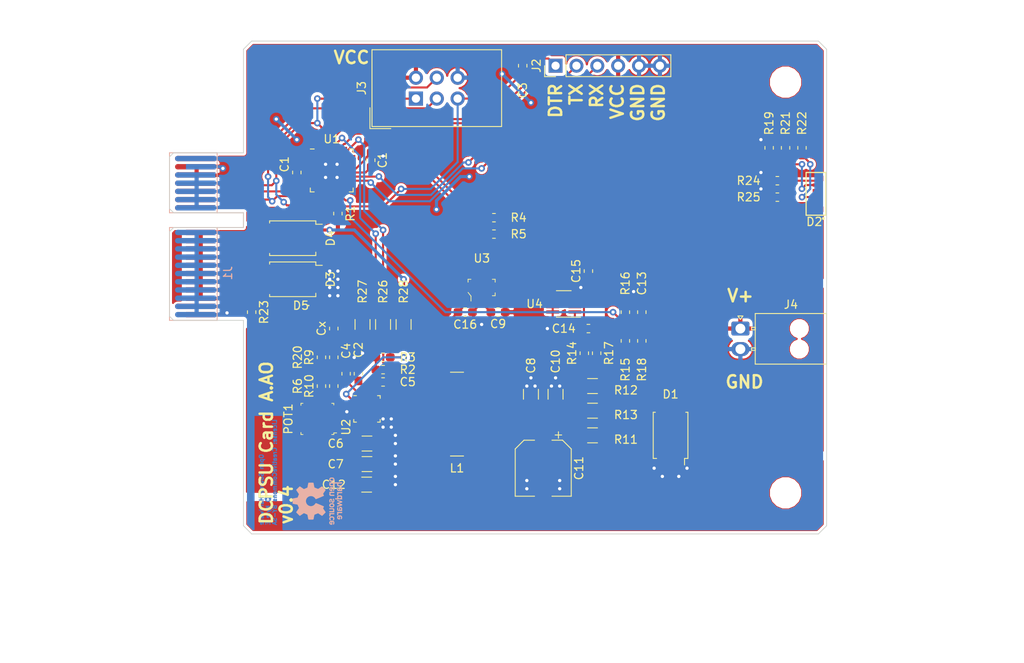
<source format=kicad_pcb>
(kicad_pcb (version 20171130) (host pcbnew 5.0.2+dfsg1-1)
  (title_block (title "DCPSU Card A-half") (date 2021-06-30) (rev v0.4) (comment 2 "License: CC BY-SA") (comment 3 https://www.eevblog.com/projects/usupply/) (comment 4 "Based on EEVblog's µSupply project"))
  (layers (0 F.Cu signal) (31 B.Cu signal) (34 B.Paste user) (35 F.Paste user) (36 B.SilkS user) (37 F.SilkS user) (38 B.Mask user) (39 F.Mask user) (44 Edge.Cuts user))
  (net 0 "")
  (net 1 /~RESET)
  (net 2 GND)
  (net 3 +5V)
  (net 4 "Net-(C4-Pad1)")
  (net 5 "Net-(C5-Pad2)")
  (net 6 "Net-(C5-Pad1)")
  (net 7 +24V)
  (net 8 /ADC-VOUT)
  (net 9 "Net-(D1-Pad1)")
  (net 10 CARD-SCLK)
  (net 11 CARD-MISO)
  (net 12 CARD-MOSI)
  (net 13 CARD-SS)
  (net 14 /UART-TX)
  (net 15 /UART-RX)
  (net 16 /PWR-EN)
  (net 17 /PWR-PWM)
  (net 18 "Net-(R10-Pad2)")
  (net 19 "Net-(U1-Pad1)")
  (net 20 "Net-(U1-Pad2)")
  (net 21 "Net-(U1-Pad3)")
  (net 22 "Net-(U1-Pad6)")
  (net 23 "Net-(U1-Pad7)")
  (net 24 "Net-(U1-Pad8)")
  (net 25 "Net-(U1-Pad12)")
  (net 26 "Net-(U1-Pad13)")
  (net 27 "Net-(U1-Pad16)")
  (net 28 "Net-(U1-Pad17)")
  (net 29 "Net-(U1-Pad22)")
  (net 30 "Net-(U1-Pad23)")
  (net 31 "Net-(U1-Pad24)")
  (net 32 /SCL)
  (net 33 /SDA)
  (net 34 "Net-(U1-Pad32)")
  (net 35 "Net-(C14-Pad2)")
  (net 36 "Net-(C14-Pad1)")
  (net 37 "Net-(C3-Pad2)")
  (net 38 "Net-(D2-Pad3)")
  (net 39 "Net-(D2-Pad6)")
  (net 40 /LED2)
  (net 41 /LED1)
  (net 42 "Net-(J1-PadA18)")
  (net 43 "Net-(C2-Pad2)")
  (net 44 "Net-(C16-Pad1)")
  (net 45 "Net-(R20-Pad1)")
  (net 46 "Net-(U3-Pad6)")
  (net 47 "Net-(J1-PadA2)")
  (net 48 "Net-(D2-Pad2)")
  (net 49 "Net-(C10-Pad1)")
  (net 50 "Net-(D4-Pad2)")
  (net 51 "Net-(R2-Pad1)")
  (net 52 "Net-(R26-Pad1)")
  (net 53 "Net-(POT1-Pad1)")
  (net 54 "Net-(POT1-Pad3)")
  (module custom-footprints:L_Pad4.05x4.4mm_LMLP1011 (layer F.Cu) (at 115 115.415)
    (fp_text reference L1 (at 0 6.585) (layer F.SilkS))
    (fp_text value 10uH)
    (pad 2 smd roundrect (at 4.725 0) (size 4.05 4.4) (layers F.Cu F.Paste F.Mask) (roundrect_rratio 0.078) (net 49 "Net-(C10-Pad1)"))
    (pad 1 smd roundrect (at -4.725 0) (size 4.05 4.4) (layers F.Cu F.Paste F.Mask) (roundrect_rratio 0.078) (net 5 "Net-(C5-Pad2)"))
  )
  (module Resistor_SMD:R_0603_1608Metric_Pad1.05x0.95mm_HandSolder (layer F.Cu) (at 100.5 91 90)
    (fp_text reference R1 (at 0 1.524 90) (layer F.SilkS))
    (fp_text value 33k)
    (pad 2 smd roundrect (at 0.875 0 90) (size 1.05 0.95) (layers F.Cu F.Paste F.Mask) (net 1 /~RESET))
    (pad 1 smd roundrect (at -0.875 0 90) (size 1.05 0.95) (layers F.Cu F.Paste F.Mask) (net 3 +5V))
  )
  (module custom-footprints:QFN-20-2EP_3x3mm_AOZ2151PQI-10 (layer F.Cu) (at 104.04 114.78)
    (fp_text reference U2 (at -2.54 2.22 270) (layer F.SilkS))
    (fp_text value AOZ2151PQI-10)
    (pad 1 smd rect (at -1.35 -1) (size 0.3 0.2) (layers F.Cu F.Paste F.Mask) (net 52 "Net-(R26-Pad1)"))
    (pad 2 smd rect (at -1.35 -0.5) (size 0.3 0.2) (layers F.Cu F.Paste F.Mask) (net 54 "Net-(POT1-Pad3)"))
    (pad 3 smd rect (at -1.35 0) (size 0.3 0.2) (layers F.Cu F.Paste F.Mask) (net 2 GND))
    (pad 4 smd custom (at -1.35 0.5) (size 0.3 0.2) (layers F.Cu F.Mask) (net 7 +24V) (options (clearance outline) (anchor rect)) (primitives (gr_poly (pts (xy 0.24 -0.1) (xy 0.395 -0.1) (xy 0.395 -1.455) (xy 1.295 -1.455) (xy 1.295 0.1) (xy 1.59 0.1) (xy 1.59 1) (xy 0.24 1)) (width 0)) (gr_poly (pts (xy -0.15 -0.1) (xy 0.24 -0.1) (xy 0.24 0.1) (xy -0.15 0.1)) (width 0)) (gr_poly (pts (xy -0.15 0.4) (xy 0.24 0.4) (xy 0.24 0.6) (xy -0.15 0.6)) (width 0))))
    (pad 9 smd custom (at 0.76 1.35) (size 0.4 0.3) (layers F.Cu F.Mask) (net 5 "Net-(C5-Pad2)") (options (clearance outline) (anchor rect)) (primitives (gr_poly (pts (xy -0.2 0.15) (xy -0.2 -1.07) (xy -0.49 -1.07) (xy -0.49 -2.31) (xy 0.44 -2.31) (xy 0.44 -2.45) (xy 0.74 -2.45) (xy 0.74 -1.75) (xy 0.2 -1.75) (xy 0.2 0.15)) (width 0))))
    (pad 11 smd rect (at 1.37 0.5) (size 0.26 1.2) (layers F.Cu F.Paste F.Mask) (net 2 GND))
    (pad 15 smd rect (at 1 -1.35) (size 0.2 0.3) (layers F.Cu F.Paste F.Mask) (net 51 "Net-(R2-Pad1)"))
    (pad 16 smd rect (at 0.5 -1.35) (size 0.2 0.3) (layers F.Cu F.Paste F.Mask) (net 6 "Net-(C5-Pad1)"))
    (pad 17 smd rect (at 0 -1.35) (size 0.2 0.3) (layers F.Cu F.Paste F.Mask) (net 43 "Net-(C2-Pad2)"))
    (pad 18 smd rect (at -1 -1.35) (size 0.2 0.3) (layers F.Cu F.Paste F.Mask) (net 4 "Net-(C4-Pad1)"))
    (pad 5 smd circle (at -1.35 1) (size 0.2 0.2) (layers F.Cu F.Paste F.Mask) (net 7 +24V) (clearance 0.0001))
    (pad 13 smd circle (at 1.35 -0.55) (size 0.2 0.2) (layers F.Cu F.Mask) (net 5 "Net-(C5-Pad2)") (clearance 0.0001))
    (pad 14 smd circle (at 1.35 -0.95) (size 0.2 0.2) (layers F.Cu F.Mask) (net 5 "Net-(C5-Pad2)") (clearance 0.0001))
    (pad 10 smd circle (at 1.37 0.98) (size 0.2 0.2) (layers F.Cu F.Paste F.Mask) (net 2 GND) (clearance 0.0001))
    (pad 12 smd circle (at 1.37 0.02) (size 0.2 0.2) (layers F.Cu F.Paste F.Mask) (net 2 GND) (clearance 0.0001))
    (pad 6 smd circle (at -1 1.35) (size 0.2 0.2) (layers F.Cu F.Mask) (net 7 +24V) (clearance 0.0001))
    (pad 7 smd circle (at -0.45 1.35) (size 0.2 0.2) (layers F.Cu F.Mask) (net 7 +24V) (clearance 0.0001))
    (pad 8 smd circle (at 0.1 1.35) (size 0.2 0.2) (layers F.Cu F.Mask) (net 7 +24V) (clearance 0.0001))
  )
  (module Resistor_SMD:R_0603_1608Metric_Pad1.05x0.95mm_HandSolder (layer F.Cu) (at 98.5 108.5 90)
    (fp_text reference R20 (at 0 -2.9 90) (layer F.SilkS))
    (fp_text value 2k)
    (pad 2 smd roundrect (at 0.875 0 90) (size 1.05 0.95) (layers F.Cu F.Paste F.Mask) (net 44 "Net-(C16-Pad1)"))
    (pad 1 smd roundrect (at -0.875 0 90) (size 1.05 0.95) (layers F.Cu F.Paste F.Mask) (net 45 "Net-(R20-Pad1)"))
  )
  (module Capacitor_SMD:C_0603_1608Metric_Pad1.05x0.95mm_HandSolder (layer F.Cu) (at 123 73 90)
    (fp_text reference C3 (at -3 0 90) (layer F.SilkS))
    (fp_text value 0.1u)
    (pad 2 smd roundrect (at 0.875 0 90) (size 1.05 0.95) (layers F.Cu F.Paste F.Mask) (net 37 "Net-(C3-Pad2)"))
    (pad 1 smd roundrect (at -0.875 0 90) (size 1.05 0.95) (layers F.Cu F.Paste F.Mask) (net 1 /~RESET))
  )
  (module Capacitor_SMD:C_0603_1608Metric_Pad1.05x0.95mm_HandSolder (layer F.Cu) (at 106 111.5)
    (fp_text reference C5 (at 3 0) (layer F.SilkS))
    (fp_text value 0.1u)
    (pad 2 smd roundrect (at 0.875 0) (size 1.05 0.95) (layers F.Cu F.Paste F.Mask) (net 5 "Net-(C5-Pad2)"))
    (pad 1 smd roundrect (at -0.875 0) (size 1.05 0.95) (layers F.Cu F.Paste F.Mask) (net 6 "Net-(C5-Pad1)"))
  )
  (module Capacitor_SMD:C_0603_1608Metric_Pad1.05x0.95mm_HandSolder (layer F.Cu) (at 131 105)
    (fp_text reference C14 (at -3 0) (layer F.SilkS))
    (fp_text value 0.1u)
    (pad 2 smd roundrect (at 0.875 0) (size 1.05 0.95) (layers F.Cu F.Paste F.Mask) (net 35 "Net-(C14-Pad2)"))
    (pad 1 smd roundrect (at -0.875 0) (size 1.05 0.95) (layers F.Cu F.Paste F.Mask) (net 36 "Net-(C14-Pad1)"))
  )
  (module custom-footprints:TO-277B-MBR860S (layer F.Cu) (at 141 118 180)
    (fp_text reference D1 (at 0 5) (layer F.SilkS))
    (fp_text value D_Schottky)
    (pad 2 smd rect (at -0.97 -3.15 180) (size 0.95 1) (layers F.Cu F.Paste F.Mask) (net 2 GND))
    (pad 1 smd rect (at 0 1.2 180) (size 3.2 4.9) (layers F.Cu F.Mask) (net 9 "Net-(D1-Pad1)"))
    (pad 2 smd rect (at 0.97 -3.15 180) (size 0.95 1) (layers F.Cu F.Paste F.Mask) (net 2 GND))
  )
  (module Capacitor_SMD:C_0603_1608Metric_Pad1.05x0.95mm_HandSolder (layer F.Cu) (at 104.5 84.5 270)
    (fp_text reference C1 (at 0 -1.43 270) (layer F.SilkS))
    (fp_text value 1u)
    (pad 2 smd roundrect (at 0.875 0 270) (size 1.05 0.95) (layers F.Cu F.Paste F.Mask) (net 3 +5V))
    (pad 1 smd roundrect (at -0.875 0 270) (size 1.05 0.95) (layers F.Cu F.Paste F.Mask) (net 2 GND))
  )
  (module Capacitor_SMD:C_0603_1608Metric_Pad1.05x0.95mm_HandSolder (layer F.Cu) (at 103 110.5 270)
    (fp_text reference C2 (at -2.9 0 270) (layer F.SilkS))
    (fp_text value 10u)
    (pad 2 smd roundrect (at 0.875 0 270) (size 1.05 0.95) (layers F.Cu F.Paste F.Mask) (net 43 "Net-(C2-Pad2)"))
    (pad 1 smd roundrect (at -0.875 0 270) (size 1.05 0.95) (layers F.Cu F.Paste F.Mask) (net 2 GND))
  )
  (module Capacitor_SMD:C_0603_1608Metric_Pad1.05x0.95mm_HandSolder (layer F.Cu) (at 101.5 110.5 90)
    (fp_text reference C4 (at 2.794 0 90) (layer F.SilkS))
    (fp_text value 0.1u)
    (pad 2 smd roundrect (at 0.875 0 90) (size 1.05 0.95) (layers F.Cu F.Paste F.Mask) (net 2 GND))
    (pad 1 smd roundrect (at -0.875 0 90) (size 1.05 0.95) (layers F.Cu F.Paste F.Mask) (net 4 "Net-(C4-Pad1)"))
  )
  (module Capacitor_SMD:C_1206_3216Metric_Pad1.42x1.75mm_HandSolder (layer F.Cu) (at 104.04 119)
    (fp_text reference C6 (at -3.81 0) (layer F.SilkS))
    (fp_text value 10u)
    (pad 2 smd roundrect (at 1.4875 0) (size 1.425 1.75) (layers F.Cu F.Paste F.Mask) (roundrect_rratio 0.175439) (net 2 GND))
    (pad 1 smd roundrect (at -1.4875 0) (size 1.425 1.75) (layers F.Cu F.Paste F.Mask) (roundrect_rratio 0.175439) (net 7 +24V))
  )
  (module Capacitor_SMD:C_1206_3216Metric_Pad1.42x1.75mm_HandSolder (layer F.Cu) (at 104.04 121.5)
    (fp_text reference C7 (at -3.81 0) (layer F.SilkS))
    (fp_text value 10u)
    (pad 2 smd roundrect (at 1.4875 0) (size 1.425 1.75) (layers F.Cu F.Paste F.Mask) (roundrect_rratio 0.175439) (net 2 GND))
    (pad 1 smd roundrect (at -1.4875 0) (size 1.425 1.75) (layers F.Cu F.Paste F.Mask) (roundrect_rratio 0.175439) (net 7 +24V))
  )
  (module Capacitor_SMD:C_1206_3216Metric_Pad1.42x1.75mm_HandSolder (layer F.Cu) (at 124 113 90)
    (fp_text reference C8 (at 3.5 0 90) (layer F.SilkS))
    (fp_text value 10u)
    (pad 2 smd roundrect (at 1.4875 0 90) (size 1.425 1.75) (layers F.Cu F.Paste F.Mask) (roundrect_rratio 0.175439) (net 2 GND))
    (pad 1 smd roundrect (at -1.4875 0 90) (size 1.425 1.75) (layers F.Cu F.Paste F.Mask) (roundrect_rratio 0.175439) (net 49 "Net-(C10-Pad1)"))
  )
  (module Capacitor_SMD:C_0603_1608Metric_Pad1.05x0.95mm_HandSolder (layer F.Cu) (at 120 103 180)
    (fp_text reference C9 (at 0 -1.43 180) (layer F.SilkS))
    (fp_text value 0.1u)
    (pad 2 smd roundrect (at 0.875 0 180) (size 1.05 0.95) (layers F.Cu F.Paste F.Mask) (net 2 GND))
    (pad 1 smd roundrect (at -0.875 0 180) (size 1.05 0.95) (layers F.Cu F.Paste F.Mask) (net 3 +5V))
  )
  (module Capacitor_SMD:C_1206_3216Metric_Pad1.42x1.75mm_HandSolder (layer F.Cu) (at 127 113 90)
    (fp_text reference C10 (at 4 0 90) (layer F.SilkS))
    (fp_text value 10u)
    (pad 2 smd roundrect (at 1.4875 0 90) (size 1.425 1.75) (layers F.Cu F.Paste F.Mask) (roundrect_rratio 0.175439) (net 2 GND))
    (pad 1 smd roundrect (at -1.4875 0 90) (size 1.425 1.75) (layers F.Cu F.Paste F.Mask) (roundrect_rratio 0.175439) (net 49 "Net-(C10-Pad1)"))
  )
  (module Capacitor_SMD:C_0603_1608Metric_Pad1.05x0.95mm_HandSolder (layer F.Cu) (at 137.5 103 90)
    (fp_text reference C13 (at 3.5 0 90) (layer F.SilkS))
    (fp_text value 0.1u)
    (pad 2 smd roundrect (at 0.875 0 90) (size 1.05 0.95) (layers F.Cu F.Paste F.Mask) (net 2 GND))
    (pad 1 smd roundrect (at -0.875 0 90) (size 1.05 0.95) (layers F.Cu F.Paste F.Mask) (net 8 /ADC-VOUT))
  )
  (module Resistor_SMD:R_0603_1608Metric_Pad1.05x0.95mm_HandSolder (layer F.Cu) (at 106 110 180)
    (fp_text reference R2 (at -3 0 180) (layer F.SilkS))
    (fp_text value 33k)
    (pad 2 smd roundrect (at 0.875 0 180) (size 1.05 0.95) (layers F.Cu F.Paste F.Mask) (net 2 GND))
    (pad 1 smd roundrect (at -0.875 0 180) (size 1.05 0.95) (layers F.Cu F.Paste F.Mask) (net 51 "Net-(R2-Pad1)"))
  )
  (module Resistor_SMD:R_0603_1608Metric_Pad1.05x0.95mm_HandSolder (layer F.Cu) (at 106 108.5 180)
    (fp_text reference R3 (at -3 0 180) (layer F.SilkS))
    (fp_text value 33k)
    (pad 2 smd roundrect (at 0.875 0 180) (size 1.05 0.95) (layers F.Cu F.Paste F.Mask) (net 2 GND))
    (pad 1 smd roundrect (at -0.875 0 180) (size 1.05 0.95) (layers F.Cu F.Paste F.Mask) (net 52 "Net-(R26-Pad1)"))
  )
  (module Resistor_SMD:R_0603_1608Metric_Pad1.05x0.95mm_HandSolder (layer F.Cu) (at 119.5 91.5 180)
    (fp_text reference R4 (at -3 0 180) (layer F.SilkS))
    (fp_text value 33k)
    (pad 2 smd roundrect (at 0.875 0 180) (size 1.05 0.95) (layers F.Cu F.Paste F.Mask) (net 33 /SDA))
    (pad 1 smd roundrect (at -0.875 0 180) (size 1.05 0.95) (layers F.Cu F.Paste F.Mask) (net 3 +5V))
  )
  (module Resistor_SMD:R_0603_1608Metric_Pad1.05x0.95mm_HandSolder (layer F.Cu) (at 119.5 93.5 180)
    (fp_text reference R5 (at -3 0 180) (layer F.SilkS))
    (fp_text value 33k)
    (pad 2 smd roundrect (at 0.875 0 180) (size 1.05 0.95) (layers F.Cu F.Paste F.Mask) (net 32 /SCL))
    (pad 1 smd roundrect (at -0.875 0 180) (size 1.05 0.95) (layers F.Cu F.Paste F.Mask) (net 3 +5V))
  )
  (module Resistor_SMD:R_0603_1608Metric_Pad1.05x0.95mm_HandSolder (layer F.Cu) (at 98.5 112 90)
    (fp_text reference R6 (at 0 -2.9 90) (layer F.SilkS))
    (fp_text value 10k)
    (pad 2 smd roundrect (at 0.875 0 90) (size 1.05 0.95) (layers F.Cu F.Paste F.Mask) (net 45 "Net-(R20-Pad1)"))
    (pad 1 smd roundrect (at -0.875 0 90) (size 1.05 0.95) (layers F.Cu F.Paste F.Mask) (net 54 "Net-(POT1-Pad3)"))
  )
  (module Resistor_SMD:R_0603_1608Metric_Pad1.05x0.95mm_HandSolder (layer F.Cu) (at 100 108.5 90)
    (fp_text reference R9 (at 0 -3 90) (layer F.SilkS))
    (fp_text value 33k)
    (pad 2 smd roundrect (at 0.875 0 90) (size 1.05 0.95) (layers F.Cu F.Paste F.Mask) (net 49 "Net-(C10-Pad1)"))
    (pad 1 smd roundrect (at -0.875 0 90) (size 1.05 0.95) (layers F.Cu F.Paste F.Mask) (net 18 "Net-(R10-Pad2)"))
  )
  (module Resistor_SMD:R_0603_1608Metric_Pad1.05x0.95mm_HandSolder (layer F.Cu) (at 100 112 90)
    (fp_text reference R10 (at 0 -3 90) (layer F.SilkS))
    (fp_text value 10k)
    (pad 2 smd roundrect (at 0.875 0 90) (size 1.05 0.95) (layers F.Cu F.Paste F.Mask) (net 18 "Net-(R10-Pad2)"))
    (pad 1 smd roundrect (at -0.875 0 90) (size 1.05 0.95) (layers F.Cu F.Paste F.Mask) (net 54 "Net-(POT1-Pad3)"))
  )
  (module Resistor_SMD:R_1206_3216Metric_Pad1.42x1.75mm_HandSolder (layer F.Cu) (at 131.5 112)
    (fp_text reference R12 (at 4.064 0.508) (layer F.SilkS))
    (fp_text value 240m)
    (pad 2 smd roundrect (at 1.4875 0) (size 1.425 1.75) (layers F.Cu F.Paste F.Mask) (roundrect_rratio 0.175439) (net 9 "Net-(D1-Pad1)"))
    (pad 1 smd roundrect (at -1.4875 0) (size 1.425 1.75) (layers F.Cu F.Paste F.Mask) (roundrect_rratio 0.175439) (net 49 "Net-(C10-Pad1)"))
  )
  (module Resistor_SMD:R_1206_3216Metric_Pad1.42x1.75mm_HandSolder (layer F.Cu) (at 131.5 115)
    (fp_text reference R13 (at 4.064 0.508) (layer F.SilkS))
    (fp_text value 240m)
    (pad 2 smd roundrect (at 1.4875 0) (size 1.425 1.75) (layers F.Cu F.Paste F.Mask) (roundrect_rratio 0.175439) (net 9 "Net-(D1-Pad1)"))
    (pad 1 smd roundrect (at -1.4875 0) (size 1.425 1.75) (layers F.Cu F.Paste F.Mask) (roundrect_rratio 0.175439) (net 49 "Net-(C10-Pad1)"))
  )
  (module Resistor_SMD:R_0603_1608Metric_Pad1.05x0.95mm_HandSolder (layer F.Cu) (at 135.5 106.5 270)
    (fp_text reference R15 (at 3.5 0 270) (layer F.SilkS))
    (fp_text value "18k 0.1%")
    (pad 2 smd roundrect (at 0.875 0 270) (size 1.05 0.95) (layers F.Cu F.Paste F.Mask) (net 9 "Net-(D1-Pad1)"))
    (pad 1 smd roundrect (at -0.875 0 270) (size 1.05 0.95) (layers F.Cu F.Paste F.Mask) (net 8 /ADC-VOUT))
  )
  (module Resistor_SMD:R_0603_1608Metric_Pad1.05x0.95mm_HandSolder (layer F.Cu) (at 135.5 103 270)
    (fp_text reference R16 (at -3.5 0 270) (layer F.SilkS))
    (fp_text value "1k 0.1%")
    (pad 2 smd roundrect (at 0.875 0 270) (size 1.05 0.95) (layers F.Cu F.Paste F.Mask) (net 8 /ADC-VOUT))
    (pad 1 smd roundrect (at -0.875 0 270) (size 1.05 0.95) (layers F.Cu F.Paste F.Mask) (net 2 GND))
  )
  (module Resistor_SMD:R_0603_1608Metric_Pad1.05x0.95mm_HandSolder (layer F.Cu) (at 132 108 270)
    (fp_text reference R17 (at 0 -1.5 270) (layer F.SilkS))
    (fp_text value 10)
    (pad 2 smd roundrect (at 0.875 0 270) (size 1.05 0.95) (layers F.Cu F.Paste F.Mask) (net 9 "Net-(D1-Pad1)"))
    (pad 1 smd roundrect (at -0.875 0 270) (size 1.05 0.95) (layers F.Cu F.Paste F.Mask) (net 35 "Net-(C14-Pad2)"))
  )
  (module Package_DFN_QFN:QFN-32-1EP_5x5mm_P0.5mm_EP3.1x3.1mm (layer F.Cu) (at 99.75 85.75)
    (fp_text reference U1 (at 0 -3.82) (layer F.SilkS))
    (fp_text value ATtiny87-MU)
    (pad 32 smd roundrect (at -1.75 -2.4375) (size 0.25 0.875) (layers F.Cu F.Paste F.Mask) (net 34 "Net-(U1-Pad32)"))
    (pad 31 smd roundrect (at -1.25 -2.4375) (size 0.25 0.875) (layers F.Cu F.Paste F.Mask) (net 11 CARD-MISO))
    (pad 30 smd roundrect (at -0.75 -2.4375) (size 0.25 0.875) (layers F.Cu F.Paste F.Mask) (net 14 /UART-TX))
    (pad 29 smd roundrect (at -0.25 -2.4375) (size 0.25 0.875) (layers F.Cu F.Paste F.Mask) (net 15 /UART-RX))
    (pad 28 smd roundrect (at 0.25 -2.4375) (size 0.25 0.875) (layers F.Cu F.Paste F.Mask) (net 33 /SDA))
    (pad 27 smd roundrect (at 0.75 -2.4375) (size 0.25 0.875) (layers F.Cu F.Paste F.Mask) (net 16 /PWR-EN))
    (pad 26 smd roundrect (at 1.25 -2.4375) (size 0.25 0.875) (layers F.Cu F.Paste F.Mask) (net 32 /SCL))
    (pad 25 smd roundrect (at 1.75 -2.4375) (size 0.25 0.875) (layers F.Cu F.Paste F.Mask) (net 17 /PWR-PWM))
    (pad 24 smd roundrect (at 2.4375 -1.75) (size 0.875 0.25) (layers F.Cu F.Paste F.Mask) (net 31 "Net-(U1-Pad24)"))
    (pad 23 smd roundrect (at 2.4375 -1.25) (size 0.875 0.25) (layers F.Cu F.Paste F.Mask) (net 30 "Net-(U1-Pad23)"))
    (pad 22 smd roundrect (at 2.4375 -0.75) (size 0.875 0.25) (layers F.Cu F.Paste F.Mask) (net 29 "Net-(U1-Pad22)"))
    (pad 21 smd roundrect (at 2.4375 -0.25) (size 0.875 0.25) (layers F.Cu F.Paste F.Mask) (net 2 GND))
    (pad 20 smd roundrect (at 2.4375 0.25) (size 0.875 0.25) (layers F.Cu F.Paste F.Mask) (net 3 +5V))
    (pad 19 smd roundrect (at 2.4375 0.75) (size 0.875 0.25) (layers F.Cu F.Paste F.Mask) (net 41 /LED1))
    (pad 18 smd roundrect (at 2.4375 1.25) (size 0.875 0.25) (layers F.Cu F.Paste F.Mask) (net 40 /LED2))
    (pad 17 smd roundrect (at 2.4375 1.75) (size 0.875 0.25) (layers F.Cu F.Paste F.Mask) (net 28 "Net-(U1-Pad17)"))
    (pad 16 smd roundrect (at 1.75 2.4375) (size 0.25 0.875) (layers F.Cu F.Paste F.Mask) (net 27 "Net-(U1-Pad16)"))
    (pad 15 smd roundrect (at 1.25 2.4375) (size 0.25 0.875) (layers F.Cu F.Paste F.Mask) (net 8 /ADC-VOUT))
    (pad 14 smd roundrect (at 0.75 2.4375) (size 0.25 0.875) (layers F.Cu F.Paste F.Mask) (net 1 /~RESET))
    (pad 13 smd roundrect (at 0.25 2.4375) (size 0.25 0.875) (layers F.Cu F.Paste F.Mask) (net 26 "Net-(U1-Pad13)"))
    (pad 12 smd roundrect (at -0.25 2.4375) (size 0.25 0.875) (layers F.Cu F.Paste F.Mask) (net 25 "Net-(U1-Pad12)"))
    (pad 11 smd roundrect (at -0.75 2.4375) (size 0.25 0.875) (layers F.Cu F.Paste F.Mask) (net 13 CARD-SS))
    (pad 10 smd roundrect (at -1.25 2.4375) (size 0.25 0.875) (layers F.Cu F.Paste F.Mask) (net 10 CARD-SCLK))
    (pad 9 smd roundrect (at -1.75 2.4375) (size 0.25 0.875) (layers F.Cu F.Paste F.Mask) (net 12 CARD-MOSI))
    (pad 8 smd roundrect (at -2.4375 1.75) (size 0.875 0.25) (layers F.Cu F.Paste F.Mask) (net 24 "Net-(U1-Pad8)"))
    (pad 7 smd roundrect (at -2.4375 1.25) (size 0.875 0.25) (layers F.Cu F.Paste F.Mask) (net 23 "Net-(U1-Pad7)"))
    (pad 6 smd roundrect (at -2.4375 0.75) (size 0.875 0.25) (layers F.Cu F.Paste F.Mask) (net 22 "Net-(U1-Pad6)"))
    (pad 5 smd roundrect (at -2.4375 0.25) (size 0.875 0.25) (layers F.Cu F.Paste F.Mask) (net 2 GND))
    (pad 4 smd roundrect (at -2.4375 -0.25) (size 0.875 0.25) (layers F.Cu F.Paste F.Mask) (net 3 +5V))
    (pad 3 smd roundrect (at -2.4375 -0.75) (size 0.875 0.25) (layers F.Cu F.Paste F.Mask) (net 21 "Net-(U1-Pad3)"))
    (pad 2 smd roundrect (at -2.4375 -1.25) (size 0.875 0.25) (layers F.Cu F.Paste F.Mask) (net 20 "Net-(U1-Pad2)"))
    (pad 1 smd roundrect (at -2.4375 -1.75) (size 0.875 0.25) (layers F.Cu F.Paste F.Mask) (net 19 "Net-(U1-Pad1)"))
    (pad 33 smd roundrect (at 0 0) (size 3.1 3.1) (layers F.Cu F.Mask) (roundrect_rratio 0.08064499999999999) (net 2 GND))
  )
  (module Capacitor_SMD:C_0603_1608Metric_Pad1.05x0.95mm_HandSolder (layer F.Cu) (at 131 98 270)
    (fp_text reference C15 (at 0 1.5 90) (layer F.SilkS))
    (fp_text value 0.1u)
    (pad 1 smd roundrect (at -0.875 0 270) (size 1.05 0.95) (layers F.Cu F.Paste F.Mask) (net 3 +5V))
    (pad 2 smd roundrect (at 0.875 0 270) (size 1.05 0.95) (layers F.Cu F.Paste F.Mask) (net 2 GND))
  )
  (module Resistor_SMD:R_0603_1608Metric_Pad1.05x0.95mm_HandSolder (layer F.Cu) (at 137.5 106.5 90)
    (fp_text reference R18 (at -3.5 0 90) (layer F.SilkS))
    (fp_text value "18k 0.1%")
    (pad 1 smd roundrect (at -0.875 0 90) (size 1.05 0.95) (layers F.Cu F.Paste F.Mask) (net 9 "Net-(D1-Pad1)"))
    (pad 2 smd roundrect (at 0.875 0 90) (size 1.05 0.95) (layers F.Cu F.Paste F.Mask) (net 8 /ADC-VOUT))
  )
  (module Resistor_SMD:R_1206_3216Metric_Pad1.42x1.75mm_HandSolder (layer F.Cu) (at 131.5 118)
    (fp_text reference R11 (at 4.064 0.508) (layer F.SilkS))
    (fp_text value 240m)
    (pad 1 smd roundrect (at -1.4875 0) (size 1.425 1.75) (layers F.Cu F.Paste F.Mask) (roundrect_rratio 0.175439) (net 49 "Net-(C10-Pad1)"))
    (pad 2 smd roundrect (at 1.4875 0) (size 1.425 1.75) (layers F.Cu F.Paste F.Mask) (roundrect_rratio 0.175439) (net 9 "Net-(D1-Pad1)"))
  )
  (module Resistor_SMD:R_0603_1608Metric_Pad1.05x0.95mm_HandSolder (layer F.Cu) (at 130.5 108 270)
    (fp_text reference R14 (at 0 1.5 270) (layer F.SilkS))
    (fp_text value 10)
    (pad 1 smd roundrect (at -0.875 0 270) (size 1.05 0.95) (layers F.Cu F.Paste F.Mask) (net 36 "Net-(C14-Pad1)"))
    (pad 2 smd roundrect (at 0.875 0 270) (size 1.05 0.95) (layers F.Cu F.Paste F.Mask) (net 49 "Net-(C10-Pad1)"))
  )
  (module Package_TO_SOT_SMD:SOT-23-8_Handsoldering (layer F.Cu) (at 128 102 180)
    (fp_text reference U4 (at 3.556 0 180) (layer F.SilkS))
    (fp_text value INA219AIDCNR)
    (pad 1 smd rect (at -1.35 -0.98 180) (size 1.56 0.4) (layers F.Cu F.Paste F.Mask) (net 36 "Net-(C14-Pad1)"))
    (pad 2 smd rect (at -1.35 -0.33 180) (size 1.56 0.4) (layers F.Cu F.Paste F.Mask) (net 35 "Net-(C14-Pad2)"))
    (pad 3 smd rect (at -1.35 0.33 180) (size 1.56 0.4) (layers F.Cu F.Paste F.Mask) (net 2 GND))
    (pad 4 smd rect (at -1.35 0.98 180) (size 1.56 0.4) (layers F.Cu F.Paste F.Mask) (net 3 +5V))
    (pad 5 smd rect (at 1.35 0.98 180) (size 1.56 0.4) (layers F.Cu F.Paste F.Mask) (net 32 /SCL))
    (pad 6 smd rect (at 1.35 0.33 180) (size 1.56 0.4) (layers F.Cu F.Paste F.Mask) (net 33 /SDA))
    (pad 7 smd rect (at 1.35 -0.33 180) (size 1.56 0.4) (layers F.Cu F.Paste F.Mask) (net 2 GND))
    (pad 8 smd rect (at 1.35 -0.98 180) (size 1.56 0.4) (layers F.Cu F.Paste F.Mask) (net 2 GND))
  )
  (module Connector_PinHeader_2.54mm:PinHeader_1x06_P2.54mm_Vertical (layer F.Cu) (at 127 73 90)
    (fp_text reference J2 (at 0 -2.33 90) (layer F.SilkS))
    (fp_text value Conn_01x06)
    (pad 6 thru_hole oval (at 0 12.7 90) (size 1.7 1.7) (drill 1) (layers *.Cu *.Mask) (net 2 GND))
    (pad 5 thru_hole oval (at 0 10.16 90) (size 1.7 1.7) (drill 1) (layers *.Cu *.Mask) (net 2 GND))
    (pad 4 thru_hole oval (at 0 7.62 90) (size 1.7 1.7) (drill 1) (layers *.Cu *.Mask) (net 3 +5V))
    (pad 3 thru_hole oval (at 0 5.08 90) (size 1.7 1.7) (drill 1) (layers *.Cu *.Mask) (net 15 /UART-RX))
    (pad 2 thru_hole oval (at 0 2.54 90) (size 1.7 1.7) (drill 1) (layers *.Cu *.Mask) (net 14 /UART-TX))
    (pad 1 thru_hole rect (at 0 0 90) (size 1.7 1.7) (drill 1) (layers *.Cu *.Mask) (net 37 "Net-(C3-Pad2)"))
  )
  (module Connector_IDC:IDC-Header_2x03_P2.54mm_Vertical (layer F.Cu) (at 110 77 90)
    (fp_text reference J3 (at 1.27 -6.604 90) (layer F.SilkS))
    (fp_text value AVR-ISP-6)
    (pad 1 thru_hole rect (at 0 0 90) (size 1.7272 1.7272) (drill 1.016) (layers *.Cu *.Mask) (net 11 CARD-MISO))
    (pad 2 thru_hole oval (at 2.54 0 90) (size 1.7272 1.7272) (drill 1.016) (layers *.Cu *.Mask) (net 3 +5V))
    (pad 3 thru_hole oval (at 0 2.54 90) (size 1.7272 1.7272) (drill 1.016) (layers *.Cu *.Mask) (net 10 CARD-SCLK))
    (pad 4 thru_hole oval (at 2.54 2.54 90) (size 1.7272 1.7272) (drill 1.016) (layers *.Cu *.Mask) (net 12 CARD-MOSI))
    (pad 5 thru_hole oval (at 0 5.08 90) (size 1.7272 1.7272) (drill 1.016) (layers *.Cu *.Mask) (net 1 /~RESET))
    (pad 6 thru_hole oval (at 2.54 5.08 90) (size 1.7272 1.7272) (drill 1.016) (layers *.Cu *.Mask) (net 2 GND))
  )
  (module Capacitor_SMD:C_0603_1608Metric_Pad1.05x0.95mm_HandSolder (layer F.Cu) (at 95.5 86 90)
    (fp_text reference C1 (at 1 -1.5 90) (layer F.SilkS))
    (fp_text value C_0603_1608Metric_Pad1.05x0.95mm_HandSolder)
    (pad 2 smd roundrect (at 0.875 0 90) (size 1.05 0.95) (layers F.Cu F.Paste F.Mask) (net 3 +5V))
    (pad 1 smd roundrect (at -0.875 0 90) (size 1.05 0.95) (layers F.Cu F.Paste F.Mask) (net 2 GND))
  )
  (module MountingHole:MountingHole_3.2mm_M3 (layer F.Cu) (at 155 75)
    (fp_text reference REF** hide)
    (fp_text value MountingHole_3.2mm_M3)
    (pad 1 np_thru_hole circle (at 0 0) (size 3.2 3.2) (drill 3.2) (layers *.Cu *.Mask))
  )
  (module MountingHole:MountingHole_3.2mm_M3 (layer F.Cu) (at 155 125)
    (fp_text reference REF** hide)
    (fp_text value MountingHole_3.2mm_M3)
    (pad 1 np_thru_hole circle (at 0 0) (size 3.2 3.2) (drill 3.2) (layers *.Cu *.Mask))
  )
  (module Symbol:OSHW-Logo_5.7x6mm_SilkScreen (layer B.Cu) (at 98 126 270)
    (fp_text reference REF** hide)
    (fp_text value OSHW-Logo_5.7x6mm_SilkScreen hide)
  )
  (module custom-footprints:QLS6B-FKW (layer F.Cu) (at 158.7 88.6 270)
    (fp_text reference D2 (at 3.4 0.2) (layer F.SilkS))
    (fp_text value QLS6B-FKW)
    (pad 5 smd rect (at -1.07 0 270) (size 0.4 0.8) (layers F.Cu F.Paste F.Mask) (net 41 /LED1))
    (pad 4 smd rect (at -0.39 0 270) (size 0.4 0.8) (layers F.Cu F.Paste F.Mask) (net 41 /LED1))
    (pad 3 smd rect (at 0.39 0 270) (size 0.4 0.8) (layers F.Cu F.Paste F.Mask) (net 38 "Net-(D2-Pad3)"))
    (pad 2 smd rect (at 1.07 0 270) (size 0.4 0.8) (layers F.Cu F.Paste F.Mask) (net 48 "Net-(D2-Pad2)"))
    (pad 6 smd rect (at -1.88 -0.585 270) (size 0.66 0.63) (layers F.Cu F.Paste F.Mask) (net 39 "Net-(D2-Pad6)"))
    (pad 1 smd rect (at 1.88 -0.585 270) (size 0.66 0.63) (layers F.Cu F.Paste F.Mask) (net 40 /LED2))
  )
  (module Resistor_SMD:R_0603_1608Metric_Pad1.05x0.95mm_HandSolder (layer F.Cu) (at 153 83 90)
    (fp_text reference R19 (at 3 0 90) (layer F.SilkS))
    (fp_text value 2k)
    (pad 2 smd roundrect (at 0.875 0 90) (size 1.05 0.95) (layers F.Cu F.Paste F.Mask) (net 2 GND))
    (pad 1 smd roundrect (at -0.875 0 90) (size 1.05 0.95) (layers F.Cu F.Paste F.Mask) (net 41 /LED1))
  )
  (module Resistor_SMD:R_0603_1608Metric_Pad1.05x0.95mm_HandSolder (layer F.Cu) (at 155 83 270)
    (fp_text reference R21 (at -3 0 270) (layer F.SilkS))
    (fp_text value 2k)
    (pad 2 smd roundrect (at 0.875 0 270) (size 1.05 0.95) (layers F.Cu F.Paste F.Mask) (net 38 "Net-(D2-Pad3)"))
    (pad 1 smd roundrect (at -0.875 0 270) (size 1.05 0.95) (layers F.Cu F.Paste F.Mask) (net 3 +5V))
  )
  (module Resistor_SMD:R_0603_1608Metric_Pad1.05x0.95mm_HandSolder (layer F.Cu) (at 157 83 270)
    (fp_text reference R22 (at -3 0 270) (layer F.SilkS))
    (fp_text value 2k)
    (pad 1 smd roundrect (at -0.875 0 270) (size 1.05 0.95) (layers F.Cu F.Paste F.Mask) (net 3 +5V))
    (pad 2 smd roundrect (at 0.875 0 270) (size 1.05 0.95) (layers F.Cu F.Paste F.Mask) (net 38 "Net-(D2-Pad3)"))
  )
  (module Capacitor_SMD:C_0603_1608Metric_Pad1.05x0.95mm_HandSolder (layer F.Cu) (at 116 103)
    (fp_text reference C16 (at 0 1.5) (layer F.SilkS))
    (fp_text value 0.1u)
    (pad 1 smd roundrect (at -0.875 0) (size 1.05 0.95) (layers F.Cu F.Paste F.Mask) (net 44 "Net-(C16-Pad1)"))
    (pad 2 smd roundrect (at 0.875 0) (size 1.05 0.95) (layers F.Cu F.Paste F.Mask) (net 2 GND))
  )
  (module digikey-footprints:SOT-23-6 (layer F.Cu) (at 118 100)
    (fp_text reference U3 (at 0.025 -3.55) (layer F.SilkS))
    (fp_text value MCP4706A0T-E_CH)
    (pad 3 smd rect (at 0.95 1.35) (size 0.55 1) (layers F.Cu F.Paste F.Mask) (net 3 +5V))
    (pad 2 smd rect (at 0 1.35) (size 0.55 1) (layers F.Cu F.Paste F.Mask) (net 2 GND))
    (pad 1 smd rect (at -0.95 1.35) (size 0.55 1) (layers F.Cu F.Paste F.Mask) (net 44 "Net-(C16-Pad1)"))
    (pad 4 smd rect (at 0.95 -1.35) (size 0.55 1) (layers F.Cu F.Paste F.Mask) (net 33 /SDA))
    (pad 5 smd rect (at 0 -1.35) (size 0.55 1) (layers F.Cu F.Paste F.Mask) (net 32 /SCL))
    (pad 6 smd rect (at -0.95 -1.35) (size 0.55 1) (layers F.Cu F.Paste F.Mask) (net 46 "Net-(U3-Pad6)"))
  )
  (module custom-footprints:BUS_PCIe_custom (layer B.Cu) (at 83.8 103.3 90)
    (fp_text reference J1 (at 5.05 3.31 90) (layer B.SilkS) (effects (justify mirror)))
    (fp_text value PCIe_x1)
    (pad "" connect circle (at 19 -2.8 90) (size 0.65 0.65) (layers B.Cu B.Mask))
    (pad B1 connect rect (at 0 -0.5 90) (size 0.65 4.6) (layers B.Cu B.Mask) (net 2 GND))
    (pad B2 connect rect (at 1 -0.5 90) (size 0.65 4.6) (layers B.Cu B.Mask) (net 2 GND))
    (pad B3 connect rect (at 2 -0.5 90) (size 0.65 4.6) (layers B.Cu B.Mask) (net 2 GND))
    (pad B4 connect rect (at 3 -0.5 90) (size 0.65 4.6) (layers B.Cu B.Mask) (net 2 GND))
    (pad B5 connect rect (at 4 -0.5 90) (size 0.65 4.6) (layers B.Cu B.Mask) (net 2 GND))
    (pad B6 connect rect (at 5 -0.5 90) (size 0.65 4.6) (layers B.Cu B.Mask) (net 2 GND))
    (pad B7 connect rect (at 6 -0.5 90) (size 0.65 4.6) (layers B.Cu B.Mask) (net 2 GND))
    (pad B8 connect rect (at 7 -0.5 90) (size 0.65 4.6) (layers B.Cu B.Mask) (net 2 GND))
    (pad B9 connect rect (at 8 -0.5 90) (size 0.65 4.6) (layers B.Cu B.Mask) (net 2 GND))
    (pad B10 connect rect (at 9 -0.5 90) (size 0.65 4.6) (layers B.Cu B.Mask) (net 2 GND))
    (pad B11 connect rect (at 10 -0.5 90) (size 0.65 4.6) (layers B.Cu B.Mask) (net 2 GND))
    (pad B14 connect rect (at 15 -0.5 90) (size 0.65 4.6) (layers B.Cu B.Mask) (net 2 GND))
    (pad B15 connect rect (at 16 -0.5 90) (size 0.65 4.6) (layers B.Cu B.Mask) (net 2 GND))
    (pad B16 connect rect (at 17 -0.5 90) (size 0.65 4.6) (layers B.Cu B.Mask) (net 2 GND))
    (pad B17 connect rect (at 18 0 90) (size 0.65 3.6) (layers B.Cu B.Mask) (net 3 +5V))
    (pad B18 connect rect (at 19 -0.5 90) (size 0.65 4.6) (layers B.Cu B.Mask) (net 2 GND))
    (pad B12 connect rect (at 13 -0.5 90) (size 0.65 4.6) (layers B.Cu B.Mask) (net 2 GND))
    (pad B13 connect rect (at 14 -0.5 90) (size 0.65 4.6) (layers B.Cu B.Mask) (net 2 GND))
    (pad A1 connect rect (at 0 0 90) (size 0.65 3.6) (layers F.Cu F.Mask) (net 2 GND))
    (pad A2 connect rect (at 1 -0.5 90) (size 0.65 4.6) (layers F.Cu F.Mask) (net 47 "Net-(J1-PadA2)"))
    (pad A14 connect rect (at 15 -0.5 90) (size 0.65 4.6) (layers F.Cu F.Mask) (net 11 CARD-MISO))
    (pad A15 connect rect (at 16 -0.5 90) (size 0.65 4.6) (layers F.Cu F.Mask) (net 10 CARD-SCLK))
    (pad A16 connect rect (at 17 -0.5 90) (size 0.65 4.6) (layers F.Cu F.Mask) (net 3 +5V))
    (pad A17 connect rect (at 18 -0.5 90) (size 0.65 4.6) (layers F.Cu F.Mask) (net 3 +5V))
    (pad A18 connect rect (at 19 -0.5 90) (size 0.65 4.6) (layers F.Cu F.Mask) (net 42 "Net-(J1-PadA18)"))
    (pad A12 connect rect (at 13 -0.5 90) (size 0.65 4.6) (layers F.Cu F.Mask) (net 13 CARD-SS))
    (pad A13 connect rect (at 14 -0.5 90) (size 0.65 4.6) (layers F.Cu F.Mask) (net 12 CARD-MOSI))
    (pad "" connect circle (at 2 -2.8 90) (size 0.65 0.65) (layers B.Cu B.Mask))
    (pad "" connect circle (at 3 -2.8 90) (size 0.65 0.65) (layers B.Cu B.Mask))
    (pad "" connect circle (at 4 -2.8 90) (size 0.65 0.65) (layers B.Cu B.Mask))
    (pad "" connect circle (at 5 -2.8 90) (size 0.65 0.65) (layers B.Cu B.Mask))
    (pad "" connect circle (at 6 -2.8 90) (size 0.65 0.65) (layers B.Cu B.Mask))
    (pad "" connect circle (at 7 -2.8 90) (size 0.65 0.65) (layers B.Cu B.Mask))
    (pad "" connect circle (at 8 -2.8 90) (size 0.65 0.65) (layers B.Cu B.Mask))
    (pad "" connect circle (at 9 -2.8 90) (size 0.65 0.65) (layers B.Cu B.Mask))
    (pad "" connect circle (at 10 -2.8 90) (size 0.65 0.65) (layers B.Cu B.Mask))
    (pad "" connect circle (at 0 -2.8 90) (size 0.65 0.65) (layers B.Cu B.Mask))
    (pad "" connect circle (at 13 -2.8 90) (size 0.65 0.65) (layers B.Cu B.Mask))
    (pad "" connect circle (at 14 -2.8 90) (size 0.65 0.65) (layers B.Cu B.Mask))
    (pad "" connect circle (at 15 -2.8 90) (size 0.65 0.65) (layers B.Cu B.Mask))
    (pad "" connect circle (at 16 -2.8 90) (size 0.65 0.65) (layers B.Cu B.Mask))
    (pad "" connect circle (at 17 -2.8 90) (size 0.65 0.65) (layers B.Cu B.Mask))
    (pad "" connect circle (at 1 -2.8 90) (size 0.65 0.65) (layers B.Cu B.Mask))
    (pad "" connect oval (at 15 -2.8) (size 0.65 0.65) (layers F.Cu F.Mask))
    (pad "" connect oval (at 16 -2.8) (size 0.65 0.65) (layers F.Cu F.Mask))
    (pad "" connect oval (at 14 -2.8) (size 0.65 0.65) (layers F.Cu F.Mask))
    (pad "" connect oval (at 17 -2.8) (size 0.65 0.65) (layers F.Cu F.Mask))
    (pad "" connect oval (at 13 -2.8) (size 0.65 0.65) (layers F.Cu F.Mask))
    (pad "" connect oval (at 18 -2.8) (size 0.65 0.65) (layers F.Cu F.Mask))
    (pad "" connect oval (at 19 -2.8) (size 0.65 0.65) (layers F.Cu F.Mask))
    (pad "" connect oval (at 1 -2.8) (size 0.65 0.65) (layers F.Cu F.Mask))
    (pad A3 connect rect (at 2 0 90) (size 0.65 3.6) (layers F.Cu F.Mask) (net 7 +24V))
    (pad A4 connect rect (at 3 0 90) (size 0.65 3.6) (layers F.Cu F.Mask) (net 7 +24V))
    (pad A5 connect rect (at 4 0 90) (size 0.65 3.6) (layers F.Cu F.Mask) (net 7 +24V))
    (pad A6 connect rect (at 5 0 90) (size 0.65 3.6) (layers F.Cu F.Mask) (net 7 +24V))
    (pad A7 connect rect (at 6 0 90) (size 0.65 3.6) (layers F.Cu F.Mask) (net 7 +24V))
    (pad A8 connect rect (at 7 0 90) (size 0.65 3.6) (layers F.Cu F.Mask) (net 7 +24V))
    (pad A9 connect rect (at 8 0 90) (size 0.65 3.6) (layers F.Cu F.Mask) (net 7 +24V))
    (pad A10 connect rect (at 9 0 90) (size 0.65 3.6) (layers F.Cu F.Mask) (net 7 +24V))
    (pad A11 connect rect (at 10 0 90) (size 0.65 3.6) (layers F.Cu F.Mask) (net 7 +24V))
  )
  (module Resistor_SMD:R_0603_1608Metric_Pad1.05x0.95mm_HandSolder (layer F.Cu) (at 90 103 90)
    (fp_text reference R23 (at 0 1.5 90) (layer F.SilkS))
    (fp_text value 100)
    (pad 1 smd roundrect (at -0.875 0 90) (size 1.05 0.95) (layers F.Cu F.Paste F.Mask) (net 7 +24V))
    (pad 2 smd roundrect (at 0.875 0 90) (size 1.05 0.95) (layers F.Cu F.Paste F.Mask) (net 47 "Net-(J1-PadA2)"))
  )
  (module Resistor_SMD:R_0603_1608Metric_Pad1.05x0.95mm_HandSolder (layer F.Cu) (at 154 87 180)
    (fp_text reference R24 (at 3.5 0 180) (layer F.SilkS))
    (fp_text value 2k)
    (pad 2 smd roundrect (at 0.875 0 180) (size 1.05 0.95) (layers F.Cu F.Paste F.Mask) (net 2 GND))
    (pad 1 smd roundrect (at -0.875 0 180) (size 1.05 0.95) (layers F.Cu F.Paste F.Mask) (net 39 "Net-(D2-Pad6)"))
  )
  (module Resistor_SMD:R_0603_1608Metric_Pad1.05x0.95mm_HandSolder (layer F.Cu) (at 154 89 180)
    (fp_text reference R25 (at 3.5 0 180) (layer F.SilkS))
    (fp_text value 2k)
    (pad 1 smd roundrect (at -0.875 0 180) (size 1.05 0.95) (layers F.Cu F.Paste F.Mask) (net 48 "Net-(D2-Pad2)"))
    (pad 2 smd roundrect (at 0.875 0 180) (size 1.05 0.95) (layers F.Cu F.Paste F.Mask) (net 2 GND))
  )
  (module Capacitor_SMD:CP_Elec_6.3x7.7 (layer F.Cu) (at 125.5 122 270)
    (fp_text reference C11 (at 0 -4.35 270) (layer F.SilkS))
    (fp_text value 100u)
    (pad 1 smd roundrect (at -2.7 0 270) (size 3.5 1.6) (layers F.Cu F.Paste F.Mask) (roundrect_rratio 0.15625) (net 49 "Net-(C10-Pad1)"))
    (pad 2 smd roundrect (at 2.7 0 270) (size 3.5 1.6) (layers F.Cu F.Paste F.Mask) (roundrect_rratio 0.15625) (net 2 GND))
  )
  (module Capacitor_SMD:C_1206_3216Metric_Pad1.42x1.75mm_HandSolder (layer F.Cu) (at 104 124)
    (fp_text reference C12 (at -4 0) (layer F.SilkS))
    (fp_text value 10u)
    (pad 1 smd roundrect (at -1.4875 0) (size 1.425 1.75) (layers F.Cu F.Paste F.Mask) (roundrect_rratio 0.175439) (net 7 +24V))
    (pad 2 smd roundrect (at 1.4875 0) (size 1.425 1.75) (layers F.Cu F.Paste F.Mask) (roundrect_rratio 0.175439) (net 2 GND))
  )
  (module Connector_Molex:Molex_Nano-Fit_105313-xx02_1x02_P2.50mm_Horizontal (layer F.Cu) (at 149.5 105)
    (fp_text reference J4 (at 6.15 -2.92) (layer F.SilkS))
    (fp_text value Conn_01x02)
    (pad 1 thru_hole roundrect (at 0 0) (size 2.2 1.7) (drill 1.2) (layers *.Cu *.Mask) (roundrect_rratio 0.147059) (net 9 "Net-(D1-Pad1)"))
    (pad 2 thru_hole oval (at 0 2.5) (size 2.2 1.7) (drill 1.2) (layers *.Cu *.Mask) (net 2 GND))
    (pad "" np_thru_hole circle (at 7.18 0) (size 1.7 1.7) (drill 1.7) (layers *.Cu *.Mask))
    (pad "" np_thru_hole circle (at 7.18 2.5) (size 1.7 1.7) (drill 1.7) (layers *.Cu *.Mask))
  )
  (module Capacitor_SMD:C_0603_1608Metric_Pad1.05x0.95mm_HandSolder (layer F.Cu) (at 100 105 90)
    (fp_text reference Cx (at 0 -1.5 90) (layer F.SilkS))
    (fp_text value C_0603_1608Metric_Pad1.05x0.95mm_HandSolder)
    (pad 2 smd roundrect (at 0.875 0 90) (size 1.05 0.95) (layers F.Cu F.Paste F.Mask) (net 2 GND))
    (pad 1 smd roundrect (at -0.875 0 90) (size 1.05 0.95) (layers F.Cu F.Paste F.Mask) (net 49 "Net-(C10-Pad1)"))
  )
  (module custom-footprints:TO-277B-MBR860S (layer F.Cu) (at 95 99 270)
    (fp_text reference D3 (at 0 -4.6 90) (layer F.SilkS))
    (fp_text value D_Schottky)
    (pad 2 smd rect (at -0.97 -3.15 270) (size 0.95 1) (layers F.Cu F.Paste F.Mask) (net 2 GND))
    (pad 1 smd rect (at 0 1.2 270) (size 3.2 4.9) (layers F.Cu F.Mask) (net 7 +24V))
    (pad 2 smd rect (at 0.97 -3.15 270) (size 0.95 1) (layers F.Cu F.Paste F.Mask) (net 2 GND))
  )
  (module custom-footprints:TO-277B-MBR860S (layer F.Cu) (at 95 94 270)
    (fp_text reference D4 (at 0 -4.6 90) (layer F.SilkS))
    (fp_text value D_Schottky)
    (pad 2 smd rect (at -0.97 -3.15 270) (size 0.95 1) (layers F.Cu F.Paste F.Mask) (net 50 "Net-(D4-Pad2)"))
    (pad 1 smd rect (at 0 1.2 270) (size 3.2 4.9) (layers F.Cu F.Mask) (net 7 +24V))
    (pad 2 smd rect (at 0.97 -3.15 270) (size 0.95 1) (layers F.Cu F.Paste F.Mask) (net 50 "Net-(D4-Pad2)"))
  )
  (module Resistor_SMD:R_1206_3216Metric_Pad1.42x1.75mm_HandSolder (layer F.Cu) (at 106 104.5 90)
    (fp_text reference R26 (at 4 0 90) (layer F.SilkS))
    (fp_text value 0)
    (pad 1 smd roundrect (at -1.4875 0 90) (size 1.425 1.75) (layers F.Cu F.Paste F.Mask) (roundrect_rratio 0.175439) (net 52 "Net-(R26-Pad1)"))
    (pad 2 smd roundrect (at 1.4875 0 90) (size 1.425 1.75) (layers F.Cu F.Paste F.Mask) (roundrect_rratio 0.175439) (net 17 /PWR-PWM))
  )
  (module Resistor_SMD:R_1206_3216Metric_Pad1.42x1.75mm_HandSolder (layer F.Cu) (at 103.5 104.5 90)
    (fp_text reference R27 (at 4 0 90) (layer F.SilkS))
    (fp_text value 0)
    (pad 2 smd roundrect (at 1.4875 0 90) (size 1.425 1.75) (layers F.Cu F.Paste F.Mask) (roundrect_rratio 0.175439) (net 16 /PWR-EN))
    (pad 1 smd roundrect (at -1.4875 0 90) (size 1.425 1.75) (layers F.Cu F.Paste F.Mask) (roundrect_rratio 0.175439) (net 51 "Net-(R2-Pad1)"))
  )
  (module Resistor_SMD:R_1206_3216Metric_Pad1.42x1.75mm_HandSolder (layer F.Cu) (at 108.5 104.5 90)
    (fp_text reference R28 (at 4 0 90) (layer F.SilkS))
    (fp_text value 0)
    (pad 1 smd roundrect (at -1.4875 0 90) (size 1.425 1.75) (layers F.Cu F.Paste F.Mask) (roundrect_rratio 0.175439) (net 49 "Net-(C10-Pad1)"))
    (pad 2 smd roundrect (at 1.4875 0 90) (size 1.425 1.75) (layers F.Cu F.Paste F.Mask) (roundrect_rratio 0.175439) (net 50 "Net-(D4-Pad2)"))
  )
  (module Diode_SMD:D_0201_0603Metric (layer F.Cu) (at 97.8 102.2)
    (fp_text reference D5 (at -1.8 0) (layer F.SilkS))
    (fp_text value D_TVS)
    (pad 1 smd roundrect (at -0.32 0) (size 0.46 0.4) (layers F.Cu F.Mask) (net 7 +24V))
    (pad 2 smd roundrect (at 0.32 0) (size 0.46 0.4) (layers F.Cu F.Mask) (net 2 GND))
  )
  (module digikey-footprints:Trimpot_3.8mmx3.6mm_TC33X-2-103E (layer F.Cu) (at 98 116 90)
    (fp_text reference POT1 (at 0 -3.54 90) (layer F.SilkS))
    (fp_text value TC33X-1-502E)
    (pad 2 smd rect (at 0 -1.45 90) (size 1.6 1.5) (layers F.Cu F.Paste F.Mask) (net 2 GND))
    (pad 1 smd rect (at -1 1.8 90) (size 1.2 1.2) (layers F.Cu F.Paste F.Mask) (net 53 "Net-(POT1-Pad1)"))
    (pad 3 smd rect (at 1 1.8 90) (size 1.2 1.2) (layers F.Cu F.Paste F.Mask) (net 54 "Net-(POT1-Pad3)"))
  )
  (gr_line (start 80.5 104) (end 80 103.5) (layer Edge.Cuts) (width 0.1))
  (gr_line (start 80.5 92.7) (end 80 93.2) (layer Edge.Cuts) (width 0.1))
  (gr_line (start 80.5 90.9) (end 80 90.4) (layer Edge.Cuts) (width 0.1))
  (gr_line (start 80 84.1) (end 80.5 83.6) (layer Edge.Cuts) (width 0.1))
  (gr_line (start 160 71) (end 160 129) (layer Edge.Cuts) (width 0.1))
  (gr_line (start 160 129) (end 159 130) (layer Edge.Cuts) (width 0.1))
  (gr_line (start 90 130) (end 89 129) (layer Edge.Cuts) (width 0.1))
  (gr_line (start 90 70) (end 159 70) (layer Edge.Cuts) (width 0.1))
  (gr_line (start 89 129) (end 89 104) (layer Edge.Cuts) (width 0.1))
  (gr_text GND (at 139.5 75 90) (layer F.SilkS) (effects (font (size 1.5 1.5) (thickness 0.3)) (justify right)))
  (gr_text GND (at 137 75 90) (layer F.SilkS) (effects (font (size 1.5 1.5) (thickness 0.3)) (justify right)))
  (gr_text VCC (at 134.5 75 90) (layer F.SilkS) (effects (font (size 1.5 1.5) (thickness 0.3)) (justify right)))
  (gr_text RX (at 132 75 90) (layer F.SilkS) (effects (font (size 1.5 1.5) (thickness 0.3)) (justify right)))
  (gr_text TX (at 129.5 75 90) (layer F.SilkS) (effects (font (size 1.5 1.5) (thickness 0.3)) (justify right)))
  (gr_text DTR (at 127 75 90) (layer F.SilkS) (effects (font (size 1.5 1.5) (thickness 0.3)) (justify right)))
  (gr_text VCC (at 104.5 72) (layer F.SilkS) (effects (font (size 1.5 1.5) (thickness 0.3)) (justify right)))
  (gr_text V+ (at 149.5 101) (layer F.SilkS) (effects (font (size 1.5 1.5) (thickness 0.3))))
  (gr_text GND (at 150 111.5) (layer F.SilkS) (effects (font (size 1.5 1.5) (thickness 0.3))))
  (gr_line (start 80.5 83.6) (end 89 83.6) (layer Edge.Cuts) (width 0.1))
  (gr_line (start 80.5 104) (end 89 104) (layer Edge.Cuts) (width 0.1))
  (gr_line (start 89 90.9) (end 80.5 90.9) (layer Edge.Cuts) (width 0.1))
  (gr_line (start 89 92.7) (end 80.5 92.7) (layer Edge.Cuts) (width 0.1))
  (gr_line (start 80 90.4) (end 80 84.1) (layer Edge.Cuts) (width 0.1))
  (gr_line (start 89 92.7) (end 89 90.9) (layer Edge.Cuts) (width 0.1))
  (gr_line (start 89 83.6) (end 89 71) (layer Edge.Cuts) (width 0.1))
  (gr_line (start 80 103.5) (end 80 93.2) (layer Edge.Cuts) (width 0.1))
  (gr_text "Open Source Hardware\n© Kyle E\nLicense: CreativeCommons BY-SA" (at 92 129 90) (layer B.Cu) (effects (font (size 0.5 0.5) (thickness 0.125)) (justify right mirror)))
  (gr_text "DCPSU Card A.AO\nv0.4" (at 93 129 90) (layer F.SilkS) (effects (font (size 1.5 1.5) (thickness 0.3)) (justify left)))
  (gr_line (start 159 130) (end 90 130) (layer Edge.Cuts) (width 0.1))
  (gr_line (start 159 70) (end 160 71) (layer Edge.Cuts) (width 0.1))
  (gr_line (start 89 71) (end 90 70) (layer Edge.Cuts) (width 0.1))
  (segment (start 100.5 90.125) (end 100.5 88.1875) (width 0.25) (layer F.Cu) (net 1))
  (via (at 108.200004 88) (size 0.8) (drill 0.4) (layers F.Cu B.Cu) (net 1))
  (segment (start 106.075004 90.125) (end 107.800005 88.399999) (width 0.25) (layer F.Cu) (net 1))
  (segment (start 107.800005 88.399999) (end 108.200004 88) (width 0.25) (layer F.Cu) (net 1))
  (segment (start 100.5 90.125) (end 106.075004 90.125) (width 0.25) (layer F.Cu) (net 1))
  (segment (start 119.875 77) (end 123 73.875) (width 0.25) (layer F.Cu) (net 1))
  (segment (start 115.08 77) (end 119.875 77) (width 0.25) (layer F.Cu) (net 1))
  (segment (start 115.08 84.72) (end 115.08 77) (width 0.25) (layer B.Cu) (net 1))
  (segment (start 108.200004 88) (end 111.8 88) (width 0.25) (layer B.Cu) (net 1))
  (segment (start 111.8 88) (end 115.08 84.72) (width 0.25) (layer B.Cu) (net 1))
  (via (at 99 86.6) (size 0.8) (drill 0.4) (layers F.Cu B.Cu) (net 2))
  (via (at 100.4 86.6) (size 0.8) (drill 0.4) (layers F.Cu B.Cu) (net 2))
  (via (at 99 85) (size 0.8) (drill 0.4) (layers F.Cu B.Cu) (net 2))
  (via (at 152 82) (size 0.8) (drill 0.4) (layers F.Cu B.Cu) (net 2))
  (segment (start 153 82.125) (end 152.125 82.125) (width 0.25) (layer F.Cu) (net 2))
  (segment (start 152.125 82.125) (end 152 82) (width 0.25) (layer F.Cu) (net 2))
  (via (at 126 105) (size 0.8) (drill 0.4) (layers F.Cu B.Cu) (net 2))
  (segment (start 126.65 102.98) (end 126.65 104.35) (width 0.25) (layer F.Cu) (net 2))
  (segment (start 126.65 104.35) (end 126 105) (width 0.25) (layer F.Cu) (net 2))
  (segment (start 126.65 102.98) (end 126.65 102.33) (width 0.25) (layer F.Cu) (net 2))
  (segment (start 128.444998 101.67) (end 129.35 101.67) (width 0.25) (layer F.Cu) (net 2))
  (segment (start 127.784998 102.33) (end 128.444998 101.67) (width 0.25) (layer F.Cu) (net 2))
  (segment (start 126.65 102.33) (end 127.784998 102.33) (width 0.25) (layer F.Cu) (net 2))
  (via (at 152 88) (size 0.8) (drill 0.4) (layers F.Cu B.Cu) (net 2))
  (segment (start 153.125 89) (end 153 89) (width 0.25) (layer F.Cu) (net 2))
  (segment (start 153 89) (end 152 88) (width 0.25) (layer F.Cu) (net 2))
  (via (at 152 86) (size 0.8) (drill 0.4) (layers F.Cu B.Cu) (net 2))
  (segment (start 153.125 87) (end 153 87) (width 0.25) (layer F.Cu) (net 2))
  (segment (start 153 87) (end 152 86) (width 0.25) (layer F.Cu) (net 2))
  (segment (start 103 109.625) (end 101.5 109.625) (width 0.381) (layer F.Cu) (net 2))
  (segment (start 101.5 109.625) (end 101.5 109.875) (width 0.381) (layer F.Cu) (net 2))
  (via (at 102.487347 108.512653) (size 0.8) (drill 0.4) (layers F.Cu B.Cu) (net 2))
  (segment (start 103 109.625) (end 103 109.025306) (width 0.381) (layer F.Cu) (net 2))
  (segment (start 103 109.025306) (end 102.487347 108.512653) (width 0.381) (layer F.Cu) (net 2))
  (via (at 127 111) (size 0.8) (drill 0.4) (layers F.Cu B.Cu) (net 2))
  (via (at 124 111) (size 0.8) (drill 0.4) (layers F.Cu B.Cu) (net 2))
  (via (at 107.5 120.5) (size 0.8) (drill 0.4) (layers F.Cu B.Cu) (net 2))
  (via (at 107.5 119) (size 0.8) (drill 0.4) (layers F.Cu B.Cu) (net 2))
  (via (at 107.5 118) (size 0.8) (drill 0.4) (layers F.Cu B.Cu) (net 2))
  (via (at 106 116) (size 0.8) (drill 0.4) (layers F.Cu B.Cu) (net 2))
  (via (at 107 116) (size 0.8) (drill 0.4) (layers F.Cu B.Cu) (net 2))
  (via (at 107 117) (size 0.8) (drill 0.4) (layers F.Cu B.Cu) (net 2))
  (via (at 106 117) (size 0.8) (drill 0.4) (layers F.Cu B.Cu) (net 2))
  (via (at 107.5 123) (size 0.8) (drill 0.4) (layers F.Cu B.Cu) (net 2))
  (via (at 139 122) (size 0.8) (drill 0.4) (layers F.Cu B.Cu) (net 2))
  (via (at 143 122) (size 0.8) (drill 0.4) (layers F.Cu B.Cu) (net 2))
  (via (at 142 123) (size 0.8) (drill 0.4) (layers F.Cu B.Cu) (net 2))
  (via (at 107.5 121.5) (size 0.8) (drill 0.4) (layers F.Cu B.Cu) (net 2))
  (via (at 107.5 124) (size 0.8) (drill 0.4) (layers F.Cu B.Cu) (net 2))
  (via (at 126.5 112) (size 0.8) (drill 0.4) (layers F.Cu B.Cu) (net 2))
  (via (at 127.5 112) (size 0.8) (drill 0.4) (layers F.Cu B.Cu) (net 2))
  (via (at 123.5 112) (size 0.8) (drill 0.4) (layers F.Cu B.Cu) (net 2))
  (via (at 123.5 123.5) (size 0.8) (drill 0.4) (layers F.Cu B.Cu) (net 2))
  (via (at 123.5 124.5) (size 0.8) (drill 0.4) (layers F.Cu B.Cu) (net 2))
  (via (at 127.5 124.5) (size 0.8) (drill 0.4) (layers F.Cu B.Cu) (net 2))
  (via (at 127.5 123.5) (size 0.8) (drill 0.4) (layers F.Cu B.Cu) (net 2))
  (via (at 140 123) (size 0.8) (drill 0.4) (layers F.Cu B.Cu) (net 2))
  (segment (start 104.000928 84.124072) (end 104.5 83.625) (width 0.25) (layer F.Cu) (net 2))
  (segment (start 104.000928 84.224072) (end 104.000928 84.124072) (width 0.25) (layer F.Cu) (net 2))
  (segment (start 102.725 85.5) (end 104.000928 84.224072) (width 0.25) (layer F.Cu) (net 2))
  (segment (start 102.1875 85.5) (end 102.725 85.5) (width 0.25) (layer F.Cu) (net 2))
  (segment (start 100 85.5) (end 100.4 85) (width 0.25) (layer F.Cu) (net 2))
  (segment (start 102.1875 85.5) (end 100 85.5) (width 0.25) (layer F.Cu) (net 2))
  (segment (start 96.375 86) (end 97.3125 86) (width 0.25) (layer F.Cu) (net 2))
  (segment (start 95.5 86.875) (end 96.375 86) (width 0.25) (layer F.Cu) (net 2))
  (segment (start 99.5 86) (end 99.75 85.75) (width 0.25) (layer F.Cu) (net 2))
  (segment (start 97.3125 86) (end 99.5 86) (width 0.25) (layer F.Cu) (net 2))
  (via (at 106 84) (size 0.8) (drill 0.4) (layers F.Cu B.Cu) (net 2))
  (segment (start 104.5 83.625) (end 105.625 83.625) (width 0.25) (layer F.Cu) (net 2))
  (segment (start 105.625 83.625) (end 106 84) (width 0.25) (layer F.Cu) (net 2))
  (segment (start 130.38 101.67) (end 129.35 101.67) (width 0.25) (layer F.Cu) (net 2))
  (segment (start 131 101.05) (end 130.38 101.67) (width 0.25) (layer F.Cu) (net 2))
  (segment (start 131 98.875) (end 131 101.05) (width 0.25) (layer F.Cu) (net 2))
  (via (at 130.075 100) (size 0.8) (drill 0.4) (layers F.Cu B.Cu) (net 2))
  (segment (start 131 98.875) (end 131 99.075) (width 0.25) (layer F.Cu) (net 2))
  (segment (start 131 99.075) (end 130.075 100) (width 0.25) (layer F.Cu) (net 2))
  (segment (start 116.875 103) (end 118 101.875) (width 0.25) (layer F.Cu) (net 2))
  (segment (start 118 101.875) (end 119.125 103) (width 0.25) (layer F.Cu) (net 2))
  (segment (start 118 101.35) (end 118 101.875) (width 0.25) (layer F.Cu) (net 2))
  (via (at 118 104.5) (size 0.8) (drill 0.4) (layers F.Cu B.Cu) (net 2))
  (segment (start 119.125 103) (end 119.125 103.375) (width 0.25) (layer F.Cu) (net 2))
  (segment (start 119.125 103.375) (end 118 104.5) (width 0.25) (layer F.Cu) (net 2))
  (segment (start 116.875 103.375) (end 118 104.5) (width 0.25) (layer F.Cu) (net 2))
  (segment (start 116.875 103) (end 116.875 103.375) (width 0.25) (layer F.Cu) (net 2))
  (segment (start 105.125 110) (end 105.125 108.5) (width 0.25) (layer F.Cu) (net 2))
  (via (at 103.5 108) (size 0.8) (drill 0.4) (layers F.Cu B.Cu) (net 2))
  (segment (start 105.125 108.5) (end 104 108.5) (width 0.25) (layer F.Cu) (net 2))
  (segment (start 104 108.5) (end 103.5 108) (width 0.25) (layer F.Cu) (net 2))
  (via (at 124.5 112) (size 0.8) (drill 0.4) (layers F.Cu B.Cu) (net 2))
  (segment (start 100.4 85) (end 99.75 85.75) (width 0.25) (layer F.Cu) (net 2))
  (via (at 100.4 85) (size 0.8) (drill 0.4) (layers F.Cu B.Cu) (net 2))
  (segment (start 83.8 103.3) (end 86.7905 103.3) (width 0.381) (layer F.Cu) (net 2))
  (via (at 87 103.0905) (size 0.8) (drill 0.4) (layers F.Cu B.Cu) (net 2))
  (segment (start 86.7905 103.3) (end 87 103.0905) (width 0.381) (layer F.Cu) (net 2))
  (via (at 136.5 100.5) (size 0.8) (drill 0.4) (layers F.Cu B.Cu) (net 2))
  (segment (start 137.5 102.125) (end 137.5 101.5) (width 0.25) (layer F.Cu) (net 2))
  (segment (start 137.5 101.5) (end 136.5 100.5) (width 0.25) (layer F.Cu) (net 2))
  (segment (start 135.5 101.5) (end 136.5 100.5) (width 0.25) (layer F.Cu) (net 2))
  (segment (start 135.5 102.125) (end 135.5 101.5) (width 0.25) (layer F.Cu) (net 2))
  (segment (start 98.15 97.97) (end 98.15 98.15) (width 0.381) (layer F.Cu) (net 2))
  (segment (start 98.15 98.03) (end 98.15 98.15) (width 0.381) (layer F.Cu) (net 2))
  (via (at 99.5 98) (size 0.8) (drill 0.4) (layers F.Cu B.Cu) (net 2))
  (via (at 100.5 98) (size 0.8) (drill 0.4) (layers F.Cu B.Cu) (net 2))
  (via (at 99.5 99) (size 0.8) (drill 0.4) (layers F.Cu B.Cu) (net 2))
  (via (at 100.5 99) (size 0.8) (drill 0.4) (layers F.Cu B.Cu) (net 2))
  (via (at 99.5 100) (size 0.8) (drill 0.4) (layers F.Cu B.Cu) (net 2))
  (via (at 100.5 100) (size 0.8) (drill 0.4) (layers F.Cu B.Cu) (net 2))
  (via (at 99.5 101) (size 0.8) (drill 0.4) (layers F.Cu B.Cu) (net 2))
  (via (at 100.5 101) (size 0.8) (drill 0.4) (layers F.Cu B.Cu) (net 2))
  (via (at 101.585395 115.125188) (size 0.8) (drill 0.4) (layers F.Cu B.Cu) (net 2))
  (segment (start 102.69 114.78) (end 101.930583 114.78) (width 0.25) (layer F.Cu) (net 2))
  (segment (start 101.930583 114.78) (end 101.585395 115.125188) (width 0.25) (layer F.Cu) (net 2))
  (segment (start 100.710583 116) (end 101.585395 115.125188) (width 0.25) (layer F.Cu) (net 2))
  (segment (start 96.55 116) (end 100.710583 116) (width 0.25) (layer F.Cu) (net 2))
  (via (at 86.5 85.5) (size 0.8) (drill 0.4) (layers F.Cu B.Cu) (net 3))
  (segment (start 83.8 85.3) (end 86.3 85.3) (width 0.381) (layer B.Cu) (net 3))
  (segment (start 86.3 85.3) (end 86.5 85.5) (width 0.381) (layer B.Cu) (net 3))
  (segment (start 103.875 86) (end 104.5 85.375) (width 0.25) (layer F.Cu) (net 3))
  (segment (start 102.1875 86) (end 103.875 86) (width 0.25) (layer F.Cu) (net 3))
  (segment (start 95.875 85.5) (end 97.3125 85.5) (width 0.25) (layer F.Cu) (net 3))
  (segment (start 95.5 85.125) (end 95.875 85.5) (width 0.25) (layer F.Cu) (net 3))
  (segment (start 129.35 98.775) (end 129.35 101.02) (width 0.25) (layer F.Cu) (net 3))
  (segment (start 131 97.125) (end 129.35 98.775) (width 0.25) (layer F.Cu) (net 3))
  (via (at 95.5 82) (size 0.8) (drill 0.4) (layers F.Cu B.Cu) (net 3))
  (via (at 93 79.5) (size 0.8) (drill 0.4) (layers F.Cu B.Cu) (net 3))
  (segment (start 95.5 82) (end 93 79.5) (width 0.381) (layer B.Cu) (net 3))
  (via (at 124 77.5) (size 0.8) (drill 0.4) (layers F.Cu B.Cu) (net 3))
  (via (at 120.5 74) (size 0.8) (drill 0.4) (layers F.Cu B.Cu) (net 3))
  (segment (start 124 77.5) (end 120.5 74) (width 0.381) (layer B.Cu) (net 3))
  (via (at 116.5 86.5) (size 0.8) (drill 0.4) (layers F.Cu B.Cu) (net 3))
  (via (at 112.5 90.5) (size 0.8) (drill 0.4) (layers F.Cu B.Cu) (net 3))
  (segment (start 112.5 89.429042) (end 112.5 90.5) (width 0.381) (layer B.Cu) (net 3))
  (segment (start 115.429042 86.5) (end 112.5 89.429042) (width 0.381) (layer B.Cu) (net 3))
  (segment (start 116.5 86.5) (end 115.429042 86.5) (width 0.381) (layer B.Cu) (net 3))
  (segment (start 102.964999 112.839999) (end 102.964999 113.354999) (width 0.25) (layer F.Cu) (net 4))
  (segment (start 101.5 111.375) (end 102.964999 112.839999) (width 0.25) (layer F.Cu) (net 4))
  (segment (start 106.875 111.5) (end 106.875 112.875) (width 0.381) (layer F.Cu) (net 5))
  (segment (start 104.54 112.085) (end 105.125 111.5) (width 0.25) (layer F.Cu) (net 6))
  (segment (start 104.54 113.43) (end 104.54 112.085) (width 0.25) (layer F.Cu) (net 6))
  (segment (start 135.5 103.875) (end 135.5 105.625) (width 0.25) (layer F.Cu) (net 8))
  (segment (start 137.5 103.875) (end 137.5 105.625) (width 0.25) (layer F.Cu) (net 8))
  (segment (start 137.5 105.625) (end 135.5 105.625) (width 0.25) (layer F.Cu) (net 8))
  (segment (start 135.5 103.875) (end 137.5 103.875) (width 0.25) (layer F.Cu) (net 8))
  (via (at 134 103) (size 0.8) (drill 0.4) (layers F.Cu B.Cu) (net 8))
  (segment (start 135.5 103.875) (end 134.875 103.875) (width 0.25) (layer F.Cu) (net 8))
  (segment (start 134.875 103.875) (end 134 103) (width 0.25) (layer F.Cu) (net 8))
  (via (at 102 89.4) (size 0.8) (drill 0.4) (layers F.Cu B.Cu) (net 8))
  (segment (start 101 88.725) (end 101 88.1875) (width 0.25) (layer F.Cu) (net 8))
  (segment (start 101 88.965685) (end 101 88.725) (width 0.25) (layer F.Cu) (net 8))
  (segment (start 101.434315 89.4) (end 101 88.965685) (width 0.25) (layer F.Cu) (net 8))
  (segment (start 102 89.4) (end 101.434315 89.4) (width 0.25) (layer F.Cu) (net 8))
  (segment (start 102 89.965685) (end 102 89.4) (width 0.25) (layer B.Cu) (net 8))
  (segment (start 134 103) (end 113.585339 103) (width 0.25) (layer B.Cu) (net 8))
  (segment (start 102 91.414661) (end 102 89.965685) (width 0.25) (layer B.Cu) (net 8))
  (segment (start 113.585339 103) (end 102 91.414661) (width 0.25) (layer B.Cu) (net 8))
  (segment (start 132 111.0125) (end 132.9875 112) (width 0.25) (layer F.Cu) (net 9))
  (segment (start 132 108.875) (end 132 111.0125) (width 0.25) (layer F.Cu) (net 9))
  (segment (start 97.174988 78.188601) (end 111.351399 78.188601) (width 0.25) (layer F.Cu) (net 10))
  (segment (start 111.351399 78.188601) (end 111.676401 77.863599) (width 0.25) (layer F.Cu) (net 10))
  (segment (start 93 82.363589) (end 97.174988 78.188601) (width 0.25) (layer F.Cu) (net 10))
  (segment (start 93 87.0125) (end 93 82.363589) (width 0.25) (layer F.Cu) (net 10))
  (segment (start 111.676401 77.863599) (end 112.54 77) (width 0.25) (layer F.Cu) (net 10))
  (via (at 93 87.0125) (size 0.8) (drill 0.4) (layers F.Cu B.Cu) (net 10))
  (segment (start 92.600001 87.412499) (end 93 87.0125) (width 0.25) (layer F.Cu) (net 10))
  (segment (start 86.10001 87.55001) (end 92.46249 87.55001) (width 0.25) (layer F.Cu) (net 10))
  (segment (start 83.3 87.3) (end 85.85 87.3) (width 0.25) (layer F.Cu) (net 10))
  (segment (start 85.85 87.3) (end 86.10001 87.55001) (width 0.25) (layer F.Cu) (net 10))
  (segment (start 92.46249 87.55001) (end 92.600001 87.412499) (width 0.25) (layer F.Cu) (net 10))
  (segment (start 93 88.699996) (end 93.500005 89.200001) (width 0.25) (layer B.Cu) (net 10))
  (segment (start 98.5 88.1875) (end 98.5 88.725) (width 0.25) (layer F.Cu) (net 10))
  (segment (start 93.500005 89.200001) (end 93.900004 89.6) (width 0.25) (layer B.Cu) (net 10))
  (segment (start 98.5 88.725) (end 97.224999 90.000001) (width 0.25) (layer F.Cu) (net 10))
  (via (at 93.900004 89.6) (size 0.8) (drill 0.4) (layers F.Cu B.Cu) (net 10))
  (segment (start 97.224999 90.000001) (end 94.300005 90.000001) (width 0.25) (layer F.Cu) (net 10))
  (segment (start 94.300003 89.999999) (end 93.900004 89.6) (width 0.25) (layer F.Cu) (net 10))
  (segment (start 94.300005 90.000001) (end 94.300003 89.999999) (width 0.25) (layer F.Cu) (net 10))
  (segment (start 93 87.0125) (end 93 88.699996) (width 0.25) (layer B.Cu) (net 10))
  (segment (start 109.9875 77.0125) (end 110 77) (width 0.25) (layer F.Cu) (net 11))
  (segment (start 98.5 77.0125) (end 109.9875 77.0125) (width 0.25) (layer F.Cu) (net 11))
  (segment (start 98.5 80.4875) (end 98 79.9875) (width 0.25) (layer F.Cu) (net 11))
  (segment (start 98.5 83.3125) (end 98.5 80.4875) (width 0.25) (layer F.Cu) (net 11))
  (via (at 98 77) (size 0.8) (drill 0.4) (layers F.Cu B.Cu) (net 11))
  (segment (start 98.5 77.0125) (end 98.0125 77.0125) (width 0.25) (layer F.Cu) (net 11))
  (segment (start 98.0125 77.0125) (end 98 77) (width 0.25) (layer F.Cu) (net 11))
  (via (at 98 79.9875) (size 0.8) (drill 0.4) (layers F.Cu B.Cu) (net 11))
  (segment (start 98 77) (end 98 79.9875) (width 0.25) (layer B.Cu) (net 11))
  (segment (start 96.0125 79.9875) (end 97.434315 79.9875) (width 0.25) (layer F.Cu) (net 11))
  (segment (start 97.434315 79.9875) (end 98 79.9875) (width 0.25) (layer F.Cu) (net 11))
  (segment (start 93.9 82.1) (end 96.0125 79.9875) (width 0.25) (layer F.Cu) (net 11))
  (segment (start 93.9 88.013556) (end 93.9 82.1) (width 0.25) (layer F.Cu) (net 11))
  (segment (start 83.3 88.3) (end 93.613556 88.3) (width 0.25) (layer F.Cu) (net 11))
  (segment (start 93.613556 88.3) (end 93.9 88.013556) (width 0.25) (layer F.Cu) (net 11))
  (segment (start 111.351399 75.648601) (end 97.462843 75.648601) (width 0.25) (layer F.Cu) (net 12))
  (segment (start 97.462843 75.648601) (end 96.79999 76.311454) (width 0.25) (layer F.Cu) (net 12))
  (segment (start 96.79999 76.311454) (end 96.79999 77.713546) (width 0.25) (layer F.Cu) (net 12))
  (segment (start 96.79999 77.713546) (end 92 82.513536) (width 0.25) (layer F.Cu) (net 12))
  (via (at 92 86.5) (size 0.8) (drill 0.4) (layers F.Cu B.Cu) (net 12))
  (segment (start 92 85.934315) (end 92 86.5) (width 0.25) (layer F.Cu) (net 12))
  (segment (start 92 82.513536) (end 92 85.934315) (width 0.25) (layer F.Cu) (net 12))
  (segment (start 112.54 74.46) (end 111.351399 75.648601) (width 0.25) (layer F.Cu) (net 12))
  (segment (start 98 88.1875) (end 97.3875 88.8) (width 0.25) (layer F.Cu) (net 12))
  (via (at 92.50002 89.5) (size 0.8) (drill 0.4) (layers F.Cu B.Cu) (net 12))
  (segment (start 92 86.5) (end 92 88.99998) (width 0.25) (layer B.Cu) (net 12))
  (segment (start 92.100021 89.100001) (end 92.50002 89.5) (width 0.25) (layer B.Cu) (net 12))
  (segment (start 92 88.99998) (end 92.100021 89.100001) (width 0.25) (layer B.Cu) (net 12))
  (segment (start 83.3 89.3) (end 92.30002 89.3) (width 0.25) (layer F.Cu) (net 12))
  (segment (start 92.30002 89.3) (end 92.50002 89.5) (width 0.25) (layer F.Cu) (net 12))
  (segment (start 97.312501 88.874999) (end 97.3875 88.8) (width 0.25) (layer F.Cu) (net 12))
  (segment (start 93.125021 88.874999) (end 97.312501 88.874999) (width 0.25) (layer F.Cu) (net 12))
  (segment (start 92.50002 89.5) (end 93.125021 88.874999) (width 0.25) (layer F.Cu) (net 12))
  (segment (start 99 89.888556) (end 99 88.725) (width 0.25) (layer F.Cu) (net 13))
  (segment (start 98.36355 90.525006) (end 99 89.888556) (width 0.25) (layer F.Cu) (net 13))
  (segment (start 99 88.725) (end 99 88.1875) (width 0.25) (layer F.Cu) (net 13))
  (segment (start 93.052012 90.525006) (end 98.36355 90.525006) (width 0.25) (layer F.Cu) (net 13))
  (segment (start 83.3 90.3) (end 92.827006 90.3) (width 0.25) (layer F.Cu) (net 13))
  (segment (start 92.827006 90.3) (end 93.052012 90.525006) (width 0.25) (layer F.Cu) (net 13))
  (segment (start 128.04 74.5) (end 129.54 73) (width 0.25) (layer F.Cu) (net 14))
  (segment (start 124 74.5) (end 128.04 74.5) (width 0.25) (layer F.Cu) (net 14))
  (segment (start 119 79.5) (end 124 74.5) (width 0.25) (layer F.Cu) (net 14))
  (segment (start 99 83.3125) (end 99 81.4) (width 0.25) (layer F.Cu) (net 14))
  (segment (start 100.9 79.5) (end 119 79.5) (width 0.25) (layer F.Cu) (net 14))
  (segment (start 99 81.4) (end 100.9 79.5) (width 0.25) (layer F.Cu) (net 14))
  (segment (start 130.129991 74.950009) (end 132.08 73) (width 0.25) (layer F.Cu) (net 15))
  (segment (start 124.54999 74.95001) (end 130.129991 74.950009) (width 0.25) (layer F.Cu) (net 15))
  (segment (start 119.5 80) (end 124.54999 74.95001) (width 0.25) (layer F.Cu) (net 15))
  (segment (start 101.090588 80) (end 119.5 80) (width 0.25) (layer F.Cu) (net 15))
  (segment (start 99.5 83.3125) (end 99.5 81.590588) (width 0.25) (layer F.Cu) (net 15))
  (segment (start 99.5 81.590588) (end 101.090588 80) (width 0.25) (layer F.Cu) (net 15))
  (via (at 101 81.8) (size 0.8) (drill 0.4) (layers F.Cu B.Cu) (net 16))
  (segment (start 100.5 82.3) (end 100.5 83.3125) (width 0.25) (layer F.Cu) (net 16))
  (segment (start 101 81.8) (end 100.5 82.3) (width 0.25) (layer F.Cu) (net 16))
  (segment (start 104.705541 93.04723) (end 105.10554 93.447229) (width 0.25) (layer B.Cu) (net 16))
  (segment (start 103.2 91.541689) (end 104.705541 93.04723) (width 0.25) (layer B.Cu) (net 16))
  (via (at 105.10554 93.447229) (size 0.8) (drill 0.4) (layers F.Cu B.Cu) (net 16))
  (segment (start 101 81.8) (end 103.2 84) (width 0.25) (layer B.Cu) (net 16))
  (segment (start 103.2 84) (end 103.2 91.541689) (width 0.25) (layer B.Cu) (net 16))
  (segment (start 105.10554 101.40696) (end 103.5 103.0125) (width 0.25) (layer F.Cu) (net 16))
  (segment (start 105.10554 93.447229) (end 105.10554 101.40696) (width 0.25) (layer F.Cu) (net 16))
  (via (at 103 82) (size 0.8) (drill 0.4) (layers F.Cu B.Cu) (net 17))
  (segment (start 101.5 83.3125) (end 101.6875 83.3125) (width 0.25) (layer F.Cu) (net 17))
  (segment (start 101.6875 83.3125) (end 103 82) (width 0.25) (layer F.Cu) (net 17))
  (segment (start 103.7 90.700064) (end 105.600001 92.600065) (width 0.25) (layer B.Cu) (net 17))
  (via (at 106 93.000064) (size 0.8) (drill 0.4) (layers F.Cu B.Cu) (net 17))
  (segment (start 103 82) (end 103.7 82.7) (width 0.25) (layer B.Cu) (net 17))
  (segment (start 105.600001 92.600065) (end 106 93.000064) (width 0.25) (layer B.Cu) (net 17))
  (segment (start 103.7 82.7) (end 103.7 90.700064) (width 0.25) (layer B.Cu) (net 17))
  (segment (start 106 96.0125) (end 106 93.000064) (width 0.25) (layer F.Cu) (net 17))
  (segment (start 106 96.0125) (end 106 103.0125) (width 0.25) (layer F.Cu) (net 17))
  (segment (start 100 109.375) (end 100 111.125) (width 0.381) (layer F.Cu) (net 18))
  (segment (start 118 98) (end 118 98.65) (width 0.25) (layer F.Cu) (net 32))
  (segment (start 125.5 99.5) (end 126.65 100.65) (width 0.25) (layer F.Cu) (net 32))
  (segment (start 126.65 100.65) (end 126.65 101.02) (width 0.25) (layer F.Cu) (net 32))
  (segment (start 118 98.65) (end 118 99.4) (width 0.25) (layer F.Cu) (net 32))
  (segment (start 118 99.4) (end 118.1 99.5) (width 0.25) (layer F.Cu) (net 32))
  (segment (start 118.125928 93.000928) (end 118.625 93.5) (width 0.25) (layer F.Cu) (net 32))
  (segment (start 106.399999 81.274999) (end 118.125928 93.000928) (width 0.25) (layer F.Cu) (net 32))
  (segment (start 102.598003 81.274999) (end 106.399999 81.274999) (width 0.25) (layer F.Cu) (net 32))
  (segment (start 101.348001 82.525001) (end 102.598003 81.274999) (width 0.25) (layer F.Cu) (net 32))
  (segment (start 101.249999 82.525001) (end 101.348001 82.525001) (width 0.25) (layer F.Cu) (net 32))
  (segment (start 101 82.775) (end 101.249999 82.525001) (width 0.25) (layer F.Cu) (net 32))
  (segment (start 101 83.3125) (end 101 82.775) (width 0.25) (layer F.Cu) (net 32))
  (segment (start 118 94.125) (end 118 98.65) (width 0.25) (layer F.Cu) (net 32))
  (segment (start 118.625 93.5) (end 118 94.125) (width 0.25) (layer F.Cu) (net 32))
  (segment (start 118.1 99.5) (end 125.5 99.5) (width 0.25) (layer F.Cu) (net 32))
  (segment (start 119.52499 97.32501) (end 118.95 97.9) (width 0.25) (layer F.Cu) (net 33))
  (segment (start 119.52499 92.39999) (end 119.52499 97.32501) (width 0.25) (layer F.Cu) (net 33))
  (segment (start 118.95 97.9) (end 118.95 98.65) (width 0.25) (layer F.Cu) (net 33))
  (segment (start 118.625 91.5) (end 119.52499 92.39999) (width 0.25) (layer F.Cu) (net 33))
  (segment (start 118.125928 91.000928) (end 118.625 91.5) (width 0.25) (layer F.Cu) (net 33))
  (segment (start 117.000928 91.000928) (end 118.125928 91.000928) (width 0.25) (layer F.Cu) (net 33))
  (segment (start 106.824989 80.824989) (end 117.000928 91.000928) (width 0.25) (layer F.Cu) (net 33))
  (segment (start 100 83.3125) (end 100 81.726998) (width 0.25) (layer F.Cu) (net 33))
  (segment (start 100.902009 80.824989) (end 106.824989 80.824989) (width 0.25) (layer F.Cu) (net 33))
  (segment (start 100 81.726998) (end 100.902009 80.824989) (width 0.25) (layer F.Cu) (net 33))
  (segment (start 118.95 98.65) (end 119.475 98.65) (width 0.25) (layer F.Cu) (net 33))
  (segment (start 119.725 98.9) (end 126.095002 98.9) (width 0.25) (layer F.Cu) (net 33))
  (segment (start 127.68 101.67) (end 126.65 101.67) (width 0.25) (layer F.Cu) (net 33))
  (segment (start 119.475 98.65) (end 119.725 98.9) (width 0.25) (layer F.Cu) (net 33))
  (segment (start 127.755001 100.559999) (end 127.755001 101.594999) (width 0.25) (layer F.Cu) (net 33))
  (segment (start 127.755001 101.594999) (end 127.68 101.67) (width 0.25) (layer F.Cu) (net 33))
  (segment (start 126.095002 98.9) (end 127.755001 100.559999) (width 0.25) (layer F.Cu) (net 33))
  (segment (start 132 105.125) (end 131.875 105) (width 0.25) (layer F.Cu) (net 35))
  (segment (start 132 107.125) (end 132 105.125) (width 0.25) (layer F.Cu) (net 35))
  (segment (start 130.38 102.33) (end 129.35 102.33) (width 0.25) (layer F.Cu) (net 35))
  (segment (start 130.455001 102.405001) (end 130.38 102.33) (width 0.25) (layer F.Cu) (net 35))
  (segment (start 130.455001 103.580001) (end 130.455001 102.405001) (width 0.25) (layer F.Cu) (net 35))
  (segment (start 131.875 105) (end 130.455001 103.580001) (width 0.25) (layer F.Cu) (net 35))
  (segment (start 129.35 104.225) (end 129.35 102.98) (width 0.25) (layer F.Cu) (net 36))
  (segment (start 130.125 105) (end 129.35 104.225) (width 0.25) (layer F.Cu) (net 36))
  (segment (start 130.125 106.75) (end 130.5 107.125) (width 0.25) (layer F.Cu) (net 36))
  (segment (start 130.125 105) (end 130.125 106.75) (width 0.25) (layer F.Cu) (net 36))
  (segment (start 126.125 72.125) (end 127 73) (width 0.25) (layer F.Cu) (net 37))
  (segment (start 123 72.125) (end 126.125 72.125) (width 0.25) (layer F.Cu) (net 37))
  (via (at 157 89) (size 0.8) (drill 0.4) (layers F.Cu B.Cu) (net 38))
  (segment (start 158.7 88.99) (end 157.01 88.99) (width 0.25) (layer F.Cu) (net 38))
  (segment (start 157.01 88.99) (end 157 89) (width 0.25) (layer F.Cu) (net 38))
  (segment (start 155 83.875) (end 157 83.875) (width 0.25) (layer F.Cu) (net 38))
  (via (at 158 85) (size 0.8) (drill 0.4) (layers F.Cu B.Cu) (net 38))
  (segment (start 157 89) (end 158 88) (width 0.25) (layer B.Cu) (net 38))
  (segment (start 158 88) (end 158 85) (width 0.25) (layer B.Cu) (net 38))
  (segment (start 158 84.875) (end 157 83.875) (width 0.25) (layer F.Cu) (net 38))
  (segment (start 158 85) (end 158 84.875) (width 0.25) (layer F.Cu) (net 38))
  (segment (start 159.005 87) (end 159.285 86.72) (width 0.25) (layer F.Cu) (net 39))
  (segment (start 154.875 87) (end 159.005 87) (width 0.25) (layer F.Cu) (net 39))
  (via (at 104.5 87.225) (size 0.8) (drill 0.4) (layers F.Cu B.Cu) (net 40))
  (segment (start 102.1875 87) (end 104.275 87) (width 0.25) (layer F.Cu) (net 40))
  (segment (start 104.275 87) (end 104.5 87.225) (width 0.25) (layer F.Cu) (net 40))
  (via (at 118 85.5) (size 0.8) (drill 0.4) (layers F.Cu B.Cu) (net 40))
  (segment (start 159.285 90.48) (end 151.98 90.48) (width 0.25) (layer F.Cu) (net 40))
  (segment (start 119 84.5) (end 118 85.5) (width 0.25) (layer F.Cu) (net 40))
  (segment (start 146 84.5) (end 119 84.5) (width 0.25) (layer F.Cu) (net 40))
  (segment (start 151.98 90.48) (end 146 84.5) (width 0.25) (layer F.Cu) (net 40))
  (segment (start 106.775 89.5) (end 104.899999 87.624999) (width 0.25) (layer B.Cu) (net 40))
  (segment (start 104.899999 87.624999) (end 104.5 87.225) (width 0.25) (layer B.Cu) (net 40))
  (segment (start 115.7 85.5) (end 111.7 89.5) (width 0.25) (layer B.Cu) (net 40))
  (segment (start 111.7 89.5) (end 106.775 89.5) (width 0.25) (layer B.Cu) (net 40))
  (segment (start 118 85.5) (end 115.7 85.5) (width 0.25) (layer B.Cu) (net 40))
  (segment (start 158.7 88.21) (end 158.7 87.53) (width 0.25) (layer F.Cu) (net 41))
  (via (at 156.987347 87.987347) (size 0.8) (drill 0.4) (layers F.Cu B.Cu) (net 41))
  (segment (start 158.7 87.53) (end 157.444694 87.53) (width 0.25) (layer F.Cu) (net 41))
  (segment (start 157.444694 87.53) (end 156.987347 87.987347) (width 0.25) (layer F.Cu) (net 41))
  (via (at 157 85) (size 0.8) (drill 0.4) (layers F.Cu B.Cu) (net 41))
  (segment (start 156.987347 87.987347) (end 156.987347 85.012653) (width 0.25) (layer B.Cu) (net 41))
  (segment (start 156.987347 85.012653) (end 157 85) (width 0.25) (layer B.Cu) (net 41))
  (segment (start 157 85) (end 155 85) (width 0.25) (layer F.Cu) (net 41))
  (segment (start 155 85) (end 153 85) (width 0.25) (layer F.Cu) (net 41))
  (segment (start 153 83.875) (end 153 85) (width 0.25) (layer F.Cu) (net 41))
  (via (at 105.487347 86.487347) (size 0.8) (drill 0.4) (layers F.Cu B.Cu) (net 41))
  (segment (start 102.1875 86.5) (end 105.474694 86.5) (width 0.25) (layer F.Cu) (net 41))
  (segment (start 105.474694 86.5) (end 105.487347 86.487347) (width 0.25) (layer F.Cu) (net 41))
  (segment (start 116.7937 84.374991) (end 116.393701 84.77499) (width 0.25) (layer F.Cu) (net 41))
  (segment (start 107.725002 88.725002) (end 111.838588 88.725002) (width 0.25) (layer B.Cu) (net 41))
  (segment (start 153 83.875) (end 117.293691 83.875) (width 0.25) (layer F.Cu) (net 41))
  (segment (start 115.7886 84.77499) (end 115.828016 84.77499) (width 0.25) (layer B.Cu) (net 41))
  (segment (start 105.487347 86.487347) (end 107.725002 88.725002) (width 0.25) (layer B.Cu) (net 41))
  (segment (start 111.838588 88.725002) (end 115.7886 84.77499) (width 0.25) (layer B.Cu) (net 41))
  (via (at 116.393701 84.77499) (size 0.8) (drill 0.4) (layers F.Cu B.Cu) (net 41))
  (segment (start 115.828016 84.77499) (end 116.393701 84.77499) (width 0.25) (layer B.Cu) (net 41))
  (segment (start 117.293691 83.875) (end 116.7937 84.374991) (width 0.25) (layer F.Cu) (net 41))
  (segment (start 104.04 112.415) (end 103 111.375) (width 0.25) (layer F.Cu) (net 43))
  (segment (start 104.04 113.43) (end 104.04 112.415) (width 0.25) (layer F.Cu) (net 43))
  (segment (start 116.775 101.35) (end 117.05 101.35) (width 0.25) (layer F.Cu) (net 44))
  (segment (start 115.125 103) (end 116.775 101.35) (width 0.25) (layer F.Cu) (net 44))
  (segment (start 98.5 107) (end 98.5 107.625) (width 0.25) (layer F.Cu) (net 44))
  (segment (start 115.125 103) (end 114.07499 104.05001) (width 0.25) (layer F.Cu) (net 44))
  (segment (start 100.575 104.97501) (end 99.57948 104.97501) (width 0.25) (layer F.Cu) (net 44))
  (segment (start 114.07499 104.05001) (end 101.5 104.05001) (width 0.25) (layer F.Cu) (net 44))
  (segment (start 101.5 104.05001) (end 100.575 104.97501) (width 0.25) (layer F.Cu) (net 44))
  (segment (start 98.5 106.05449) (end 98.5 107) (width 0.25) (layer F.Cu) (net 44))
  (segment (start 99.57948 104.97501) (end 98.5 106.05449) (width 0.25) (layer F.Cu) (net 44))
  (segment (start 98.5 111.125) (end 98.5 109.375) (width 0.381) (layer F.Cu) (net 45))
  (segment (start 85.981 102.3) (end 83.3 102.3) (width 0.381) (layer F.Cu) (net 47))
  (segment (start 89.5 102) (end 89.2 102.3) (width 0.381) (layer F.Cu) (net 47))
  (segment (start 89.2 102.3) (end 85.981 102.3) (width 0.381) (layer F.Cu) (net 47))
  (segment (start 90.125 102) (end 89.5 102) (width 0.381) (layer F.Cu) (net 47))
  (segment (start 158.05 89.67) (end 158.7 89.67) (width 0.25) (layer F.Cu) (net 48))
  (segment (start 157.994999 89.725001) (end 158.05 89.67) (width 0.25) (layer F.Cu) (net 48))
  (segment (start 155.600001 89.725001) (end 157.994999 89.725001) (width 0.25) (layer F.Cu) (net 48))
  (segment (start 154.875 89) (end 155.600001 89.725001) (width 0.25) (layer F.Cu) (net 48))
  (segment (start 130 111.5125) (end 129.5125 112) (width 0.25) (layer F.Cu) (net 49))
  (segment (start 131 111.0125) (end 130.0125 112) (width 0.25) (layer F.Cu) (net 49))
  (segment (start 130.5 108.875) (end 131 109.375) (width 0.25) (layer F.Cu) (net 49))
  (segment (start 131 109.375) (end 131 111.0125) (width 0.25) (layer F.Cu) (net 49))
  (segment (start 109.475 105.9875) (end 109.9875 106.5) (width 0.381) (layer F.Cu) (net 49))
  (segment (start 108.5 105.9875) (end 109.475 105.9875) (width 0.381) (layer F.Cu) (net 49))
  (segment (start 100 105.875) (end 100 107.625) (width 0.381) (layer F.Cu) (net 49))
  (segment (start 107.728653 105.216153) (end 108.5 105.9875) (width 0.381) (layer F.Cu) (net 49))
  (segment (start 101.125 105.875) (end 102.11551 104.88449) (width 0.381) (layer F.Cu) (net 49))
  (segment (start 107.39699 104.88449) (end 107.728653 105.216153) (width 0.381) (layer F.Cu) (net 49))
  (segment (start 102.11551 104.88449) (end 107.39699 104.88449) (width 0.381) (layer F.Cu) (net 49))
  (segment (start 100 105.875) (end 101.125 105.875) (width 0.381) (layer F.Cu) (net 49))
  (segment (start 98.15 93.03) (end 98.15 94.97) (width 0.381) (layer F.Cu) (net 50))
  (via (at 108.5 99) (size 0.8) (drill 0.4) (layers F.Cu B.Cu) (net 50))
  (segment (start 108.5 103.0125) (end 108.5 99) (width 0.381) (layer F.Cu) (net 50))
  (segment (start 108.5 99) (end 102.5 93) (width 0.381) (layer B.Cu) (net 50))
  (via (at 99.5 93) (size 0.8) (drill 0.4) (layers F.Cu B.Cu) (net 50))
  (segment (start 102.5 93) (end 99.5 93) (width 0.381) (layer B.Cu) (net 50))
  (segment (start 98.18 93) (end 98.15 93.03) (width 0.381) (layer F.Cu) (net 50))
  (segment (start 99.5 93) (end 98.18 93) (width 0.381) (layer F.Cu) (net 50))
  (segment (start 106.02499 112.015374) (end 105.04 113.000364) (width 0.25) (layer F.Cu) (net 51))
  (segment (start 105.04 113.000364) (end 105.04 113.35499) (width 0.25) (layer F.Cu) (net 51))
  (segment (start 106.02499 110.85001) (end 106.02499 112.015374) (width 0.25) (layer F.Cu) (net 51))
  (segment (start 106.875 110) (end 106.02499 110.85001) (width 0.25) (layer F.Cu) (net 51))
  (segment (start 104.271484 106.758984) (end 103.5 105.9875) (width 0.25) (layer F.Cu) (net 51))
  (segment (start 104.704494 106.758984) (end 104.271484 106.758984) (width 0.25) (layer F.Cu) (net 51))
  (segment (start 106.02499 108.07948) (end 104.704494 106.758984) (width 0.25) (layer F.Cu) (net 51))
  (segment (start 106.02499 109.14999) (end 106.02499 108.07948) (width 0.25) (layer F.Cu) (net 51))
  (segment (start 106.875 110) (end 106.02499 109.14999) (width 0.25) (layer F.Cu) (net 51))
  (segment (start 106.875 106.8625) (end 106 105.9875) (width 0.25) (layer F.Cu) (net 52))
  (segment (start 106.875 108.5) (end 106.875 106.8625) (width 0.25) (layer F.Cu) (net 52))
  (via (at 108.5 108.5) (size 0.8) (drill 0.4) (layers F.Cu B.Cu) (net 52))
  (segment (start 106.875 108.5) (end 108.5 108.5) (width 0.25) (layer F.Cu) (net 52))
  (via (at 101.513427 112.972212) (size 0.8) (drill 0.4) (layers F.Cu B.Cu) (net 52))
  (segment (start 108.5 108.5) (end 105.985639 108.5) (width 0.25) (layer B.Cu) (net 52))
  (segment (start 105.985639 108.5) (end 101.513427 112.972212) (width 0.25) (layer B.Cu) (net 52))
  (segment (start 102.321215 113.78) (end 102.614999 113.78) (width 0.25) (layer F.Cu) (net 52))
  (segment (start 101.513427 112.972212) (end 102.321215 113.78) (width 0.25) (layer F.Cu) (net 52))
  (segment (start 100 114.8) (end 99.8 115) (width 0.381) (layer F.Cu) (net 54))
  (segment (start 100 112.875) (end 100 114.8) (width 0.381) (layer F.Cu) (net 54))
  (segment (start 98.5 112.875) (end 100 112.875) (width 0.381) (layer F.Cu) (net 54))
  (segment (start 102.29 114.28) (end 102.69 114.28) (width 0.25) (layer F.Cu) (net 54))
  (segment (start 101.37 114.28) (end 102.29 114.28) (width 0.25) (layer F.Cu) (net 54))
  (segment (start 100.65 115) (end 101.37 114.28) (width 0.25) (layer F.Cu) (net 54))
  (segment (start 99.8 115) (end 100.65 115) (width 0.25) (layer F.Cu) (net 54))
  (zone (net 7) (net_name +24V) (layer F.Cu) (connect_pads (clearance 0.254)) (min_thickness 0.254) (fill yes (arc_segments 16) (thermal_gap 0.508) (thermal_bridge_width 0.508))
    (polygon (pts (xy 97.5 110) (xy 97.5 115.5) (xy 101.5 115.5) (xy 102.1096 115.161) (xy 103.405 115.161) (xy 104.294 116.05) (xy 104.294 117.066) (xy 103.5 118) (xy 103.5 125) (xy 79 125) (xy 79 92.5) (xy 97.5 92.5)))
  )
  (zone (net 2) (net_name GND) (layer F.Cu) (connect_pads (clearance 0.3)) (min_thickness 0.254) (fill yes (arc_segments 16) (thermal_gap 0.508) (thermal_bridge_width 0.508))
    (polygon (pts (xy 104.5 126) (xy 104.5 118.5) (xy 105.2846 117.8534) (xy 105.2846 114.6784) (xy 106.7324 114.6784) (xy 107.85 115.796) (xy 107.85 118.5) (xy 112 118.5) (xy 112 123) (xy 132 123) (xy 132 121) (xy 162 121) (xy 162 136) (xy 86 136) (xy 86 126)))
  )
  (zone (net 5) (net_name "Net-(C5-Pad2)") (layer F.Cu) (connect_pads yes (clearance 0.3)) (min_thickness 0.254) (fill yes (arc_segments 16) (thermal_gap 0.508) (thermal_bridge_width 0.508))
    (polygon (pts (xy 105.2338 113.6878) (xy 105.818 113.6878) (xy 107 112.5) (xy 113 112.5) (xy 113 118) (xy 108.5 118) (xy 108.5 116) (xy 107 114.5) (xy 106 114.5) (xy 105.7926 114.3736) (xy 105.2338 114.3736)))
  )
  (zone (net 49) (net_name "Net-(C10-Pad1)") (layer F.Cu) (connect_pads (clearance 0.508)) (min_thickness 0.254) (fill yes (arc_segments 16) (thermal_gap 0.508) (thermal_bridge_width 0.508))
    (polygon (pts (xy 113 119) (xy 114 119) (xy 114 111) (xy 109 111) (xy 109 106) (xy 117 106) (xy 121 110) (xy 129 110) (xy 131 111.5) (xy 131 122) (xy 113 122)))
  )
  (zone (net 9) (net_name "Net-(D1-Pad1)") (layer F.Cu) (connect_pads (clearance 0.3)) (min_thickness 0.254) (fill yes (arc_segments 16) (thermal_gap 0.508) (thermal_bridge_width 0.508))
    (polygon (pts (xy 133 120) (xy 132.5 119.5) (xy 132.5 110.5) (xy 133 110) (xy 133 100) (xy 162 100) (xy 162 120)))
  )
  (zone (net 2) (net_name GND) (layer B.Cu) (connect_pads (clearance 0.381)) (min_thickness 0.254) (fill yes (arc_segments 16) (thermal_gap 0.508) (thermal_bridge_width 0.508))
    (polygon (pts (xy 75 135) (xy 75 65) (xy 165 65) (xy 165 135)))
  )
  (zone (net 3) (net_name +5V) (layer F.Cu) (connect_pads (clearance 0.3)) (min_thickness 0.254) (fill yes (arc_segments 16) (thermal_gap 0.508) (thermal_bridge_width 0.508))
    (polygon (pts (xy 121 109) (xy 117 105) (xy 102.5 105) (xy 102.5 96.5) (xy 98 96.5) (xy 98 92) (xy 79 92) (xy 79 68) (xy 162 68) (xy 162 99) (xy 132 99) (xy 132 105) (xy 128 109)))
  )
  (zone (net 0) (net_name "") (layer F.Cu) (connect_pads (clearance 0.3)) (min_thickness 0.254)
    (keepout (tracks allowed) (vias allowed) (copperpour not_allowed))
    (fill (arc_segments 16) (thermal_gap 0.508) (thermal_bridge_width 0.508))
    (polygon (pts (xy 132 97.5) (xy 132 101) (xy 128.5 101) (xy 128.5 98.5) (xy 129.5 97.5)))
  )
  (zone (net 2) (net_name GND) (layer F.Cu) (connect_pads (clearance 0.508)) (min_thickness 0.254) (fill yes (arc_segments 16) (thermal_gap 0.4) (thermal_bridge_width 0.508))
    (polygon (pts (xy 98 97) (xy 102 97) (xy 102 106.5) (xy 98 106.5)))
  )
)
</source>
